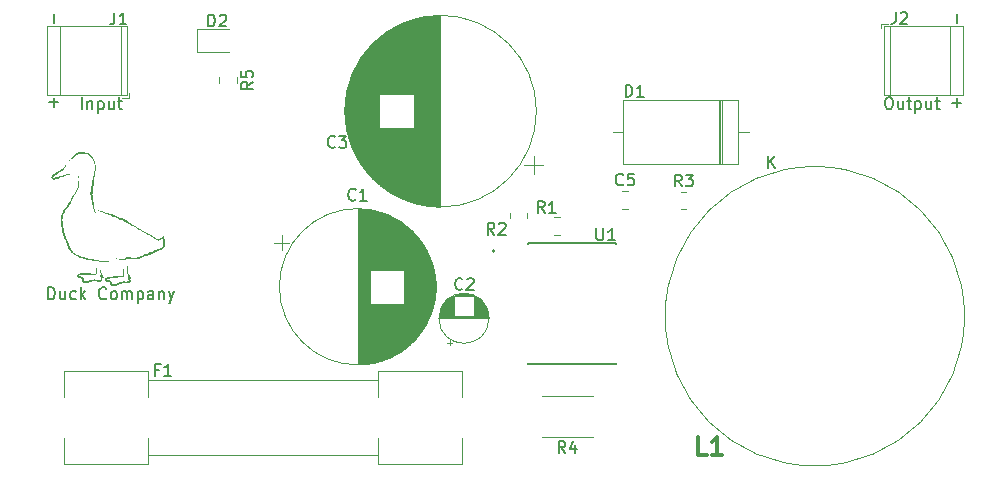
<source format=gbr>
%TF.GenerationSoftware,KiCad,Pcbnew,7.0.7*%
%TF.CreationDate,2023-09-13T14:30:02-04:00*%
%TF.ProjectId,Alim,416c696d-2e6b-4696-9361-645f70636258,rev?*%
%TF.SameCoordinates,Original*%
%TF.FileFunction,Legend,Top*%
%TF.FilePolarity,Positive*%
%FSLAX46Y46*%
G04 Gerber Fmt 4.6, Leading zero omitted, Abs format (unit mm)*
G04 Created by KiCad (PCBNEW 7.0.7) date 2023-09-13 14:30:02*
%MOMM*%
%LPD*%
G01*
G04 APERTURE LIST*
%ADD10C,0.150000*%
%ADD11C,0.300000*%
%ADD12C,0.120000*%
%ADD13C,0.127000*%
%ADD14C,0.200000*%
G04 APERTURE END LIST*
D10*
X101048866Y-78313220D02*
X101048866Y-77551316D01*
X100636779Y-85068866D02*
X101398684Y-85068866D01*
X101017731Y-85449819D02*
X101017731Y-84687914D01*
D11*
X156288796Y-114900828D02*
X155574510Y-114900828D01*
X155574510Y-114900828D02*
X155574510Y-113400828D01*
X157574511Y-114900828D02*
X156717368Y-114900828D01*
X157145939Y-114900828D02*
X157145939Y-113400828D01*
X157145939Y-113400828D02*
X157003082Y-113615114D01*
X157003082Y-113615114D02*
X156860225Y-113757971D01*
X156860225Y-113757971D02*
X156717368Y-113829400D01*
D10*
X100536779Y-101739819D02*
X100536779Y-100739819D01*
X100536779Y-100739819D02*
X100774874Y-100739819D01*
X100774874Y-100739819D02*
X100917731Y-100787438D01*
X100917731Y-100787438D02*
X101012969Y-100882676D01*
X101012969Y-100882676D02*
X101060588Y-100977914D01*
X101060588Y-100977914D02*
X101108207Y-101168390D01*
X101108207Y-101168390D02*
X101108207Y-101311247D01*
X101108207Y-101311247D02*
X101060588Y-101501723D01*
X101060588Y-101501723D02*
X101012969Y-101596961D01*
X101012969Y-101596961D02*
X100917731Y-101692200D01*
X100917731Y-101692200D02*
X100774874Y-101739819D01*
X100774874Y-101739819D02*
X100536779Y-101739819D01*
X101965350Y-101073152D02*
X101965350Y-101739819D01*
X101536779Y-101073152D02*
X101536779Y-101596961D01*
X101536779Y-101596961D02*
X101584398Y-101692200D01*
X101584398Y-101692200D02*
X101679636Y-101739819D01*
X101679636Y-101739819D02*
X101822493Y-101739819D01*
X101822493Y-101739819D02*
X101917731Y-101692200D01*
X101917731Y-101692200D02*
X101965350Y-101644580D01*
X102870112Y-101692200D02*
X102774874Y-101739819D01*
X102774874Y-101739819D02*
X102584398Y-101739819D01*
X102584398Y-101739819D02*
X102489160Y-101692200D01*
X102489160Y-101692200D02*
X102441541Y-101644580D01*
X102441541Y-101644580D02*
X102393922Y-101549342D01*
X102393922Y-101549342D02*
X102393922Y-101263628D01*
X102393922Y-101263628D02*
X102441541Y-101168390D01*
X102441541Y-101168390D02*
X102489160Y-101120771D01*
X102489160Y-101120771D02*
X102584398Y-101073152D01*
X102584398Y-101073152D02*
X102774874Y-101073152D01*
X102774874Y-101073152D02*
X102870112Y-101120771D01*
X103298684Y-101739819D02*
X103298684Y-100739819D01*
X103393922Y-101358866D02*
X103679636Y-101739819D01*
X103679636Y-101073152D02*
X103298684Y-101454104D01*
X105441541Y-101644580D02*
X105393922Y-101692200D01*
X105393922Y-101692200D02*
X105251065Y-101739819D01*
X105251065Y-101739819D02*
X105155827Y-101739819D01*
X105155827Y-101739819D02*
X105012970Y-101692200D01*
X105012970Y-101692200D02*
X104917732Y-101596961D01*
X104917732Y-101596961D02*
X104870113Y-101501723D01*
X104870113Y-101501723D02*
X104822494Y-101311247D01*
X104822494Y-101311247D02*
X104822494Y-101168390D01*
X104822494Y-101168390D02*
X104870113Y-100977914D01*
X104870113Y-100977914D02*
X104917732Y-100882676D01*
X104917732Y-100882676D02*
X105012970Y-100787438D01*
X105012970Y-100787438D02*
X105155827Y-100739819D01*
X105155827Y-100739819D02*
X105251065Y-100739819D01*
X105251065Y-100739819D02*
X105393922Y-100787438D01*
X105393922Y-100787438D02*
X105441541Y-100835057D01*
X106012970Y-101739819D02*
X105917732Y-101692200D01*
X105917732Y-101692200D02*
X105870113Y-101644580D01*
X105870113Y-101644580D02*
X105822494Y-101549342D01*
X105822494Y-101549342D02*
X105822494Y-101263628D01*
X105822494Y-101263628D02*
X105870113Y-101168390D01*
X105870113Y-101168390D02*
X105917732Y-101120771D01*
X105917732Y-101120771D02*
X106012970Y-101073152D01*
X106012970Y-101073152D02*
X106155827Y-101073152D01*
X106155827Y-101073152D02*
X106251065Y-101120771D01*
X106251065Y-101120771D02*
X106298684Y-101168390D01*
X106298684Y-101168390D02*
X106346303Y-101263628D01*
X106346303Y-101263628D02*
X106346303Y-101549342D01*
X106346303Y-101549342D02*
X106298684Y-101644580D01*
X106298684Y-101644580D02*
X106251065Y-101692200D01*
X106251065Y-101692200D02*
X106155827Y-101739819D01*
X106155827Y-101739819D02*
X106012970Y-101739819D01*
X106774875Y-101739819D02*
X106774875Y-101073152D01*
X106774875Y-101168390D02*
X106822494Y-101120771D01*
X106822494Y-101120771D02*
X106917732Y-101073152D01*
X106917732Y-101073152D02*
X107060589Y-101073152D01*
X107060589Y-101073152D02*
X107155827Y-101120771D01*
X107155827Y-101120771D02*
X107203446Y-101216009D01*
X107203446Y-101216009D02*
X107203446Y-101739819D01*
X107203446Y-101216009D02*
X107251065Y-101120771D01*
X107251065Y-101120771D02*
X107346303Y-101073152D01*
X107346303Y-101073152D02*
X107489160Y-101073152D01*
X107489160Y-101073152D02*
X107584399Y-101120771D01*
X107584399Y-101120771D02*
X107632018Y-101216009D01*
X107632018Y-101216009D02*
X107632018Y-101739819D01*
X108108208Y-101073152D02*
X108108208Y-102073152D01*
X108108208Y-101120771D02*
X108203446Y-101073152D01*
X108203446Y-101073152D02*
X108393922Y-101073152D01*
X108393922Y-101073152D02*
X108489160Y-101120771D01*
X108489160Y-101120771D02*
X108536779Y-101168390D01*
X108536779Y-101168390D02*
X108584398Y-101263628D01*
X108584398Y-101263628D02*
X108584398Y-101549342D01*
X108584398Y-101549342D02*
X108536779Y-101644580D01*
X108536779Y-101644580D02*
X108489160Y-101692200D01*
X108489160Y-101692200D02*
X108393922Y-101739819D01*
X108393922Y-101739819D02*
X108203446Y-101739819D01*
X108203446Y-101739819D02*
X108108208Y-101692200D01*
X109441541Y-101739819D02*
X109441541Y-101216009D01*
X109441541Y-101216009D02*
X109393922Y-101120771D01*
X109393922Y-101120771D02*
X109298684Y-101073152D01*
X109298684Y-101073152D02*
X109108208Y-101073152D01*
X109108208Y-101073152D02*
X109012970Y-101120771D01*
X109441541Y-101692200D02*
X109346303Y-101739819D01*
X109346303Y-101739819D02*
X109108208Y-101739819D01*
X109108208Y-101739819D02*
X109012970Y-101692200D01*
X109012970Y-101692200D02*
X108965351Y-101596961D01*
X108965351Y-101596961D02*
X108965351Y-101501723D01*
X108965351Y-101501723D02*
X109012970Y-101406485D01*
X109012970Y-101406485D02*
X109108208Y-101358866D01*
X109108208Y-101358866D02*
X109346303Y-101358866D01*
X109346303Y-101358866D02*
X109441541Y-101311247D01*
X109917732Y-101073152D02*
X109917732Y-101739819D01*
X109917732Y-101168390D02*
X109965351Y-101120771D01*
X109965351Y-101120771D02*
X110060589Y-101073152D01*
X110060589Y-101073152D02*
X110203446Y-101073152D01*
X110203446Y-101073152D02*
X110298684Y-101120771D01*
X110298684Y-101120771D02*
X110346303Y-101216009D01*
X110346303Y-101216009D02*
X110346303Y-101739819D01*
X110727256Y-101073152D02*
X110965351Y-101739819D01*
X111203446Y-101073152D02*
X110965351Y-101739819D01*
X110965351Y-101739819D02*
X110870113Y-101977914D01*
X110870113Y-101977914D02*
X110822494Y-102025533D01*
X110822494Y-102025533D02*
X110727256Y-102073152D01*
X177508866Y-78313220D02*
X177508866Y-77551316D01*
X177076779Y-85108866D02*
X177838684Y-85108866D01*
X177457731Y-85489819D02*
X177457731Y-84727914D01*
X171627255Y-84649819D02*
X171817731Y-84649819D01*
X171817731Y-84649819D02*
X171912969Y-84697438D01*
X171912969Y-84697438D02*
X172008207Y-84792676D01*
X172008207Y-84792676D02*
X172055826Y-84983152D01*
X172055826Y-84983152D02*
X172055826Y-85316485D01*
X172055826Y-85316485D02*
X172008207Y-85506961D01*
X172008207Y-85506961D02*
X171912969Y-85602200D01*
X171912969Y-85602200D02*
X171817731Y-85649819D01*
X171817731Y-85649819D02*
X171627255Y-85649819D01*
X171627255Y-85649819D02*
X171532017Y-85602200D01*
X171532017Y-85602200D02*
X171436779Y-85506961D01*
X171436779Y-85506961D02*
X171389160Y-85316485D01*
X171389160Y-85316485D02*
X171389160Y-84983152D01*
X171389160Y-84983152D02*
X171436779Y-84792676D01*
X171436779Y-84792676D02*
X171532017Y-84697438D01*
X171532017Y-84697438D02*
X171627255Y-84649819D01*
X172912969Y-84983152D02*
X172912969Y-85649819D01*
X172484398Y-84983152D02*
X172484398Y-85506961D01*
X172484398Y-85506961D02*
X172532017Y-85602200D01*
X172532017Y-85602200D02*
X172627255Y-85649819D01*
X172627255Y-85649819D02*
X172770112Y-85649819D01*
X172770112Y-85649819D02*
X172865350Y-85602200D01*
X172865350Y-85602200D02*
X172912969Y-85554580D01*
X173246303Y-84983152D02*
X173627255Y-84983152D01*
X173389160Y-84649819D02*
X173389160Y-85506961D01*
X173389160Y-85506961D02*
X173436779Y-85602200D01*
X173436779Y-85602200D02*
X173532017Y-85649819D01*
X173532017Y-85649819D02*
X173627255Y-85649819D01*
X173960589Y-84983152D02*
X173960589Y-85983152D01*
X173960589Y-85030771D02*
X174055827Y-84983152D01*
X174055827Y-84983152D02*
X174246303Y-84983152D01*
X174246303Y-84983152D02*
X174341541Y-85030771D01*
X174341541Y-85030771D02*
X174389160Y-85078390D01*
X174389160Y-85078390D02*
X174436779Y-85173628D01*
X174436779Y-85173628D02*
X174436779Y-85459342D01*
X174436779Y-85459342D02*
X174389160Y-85554580D01*
X174389160Y-85554580D02*
X174341541Y-85602200D01*
X174341541Y-85602200D02*
X174246303Y-85649819D01*
X174246303Y-85649819D02*
X174055827Y-85649819D01*
X174055827Y-85649819D02*
X173960589Y-85602200D01*
X175293922Y-84983152D02*
X175293922Y-85649819D01*
X174865351Y-84983152D02*
X174865351Y-85506961D01*
X174865351Y-85506961D02*
X174912970Y-85602200D01*
X174912970Y-85602200D02*
X175008208Y-85649819D01*
X175008208Y-85649819D02*
X175151065Y-85649819D01*
X175151065Y-85649819D02*
X175246303Y-85602200D01*
X175246303Y-85602200D02*
X175293922Y-85554580D01*
X175627256Y-84983152D02*
X176008208Y-84983152D01*
X175770113Y-84649819D02*
X175770113Y-85506961D01*
X175770113Y-85506961D02*
X175817732Y-85602200D01*
X175817732Y-85602200D02*
X175912970Y-85649819D01*
X175912970Y-85649819D02*
X176008208Y-85649819D01*
X103376779Y-85649819D02*
X103376779Y-84649819D01*
X103852969Y-84983152D02*
X103852969Y-85649819D01*
X103852969Y-85078390D02*
X103900588Y-85030771D01*
X103900588Y-85030771D02*
X103995826Y-84983152D01*
X103995826Y-84983152D02*
X104138683Y-84983152D01*
X104138683Y-84983152D02*
X104233921Y-85030771D01*
X104233921Y-85030771D02*
X104281540Y-85126009D01*
X104281540Y-85126009D02*
X104281540Y-85649819D01*
X104757731Y-84983152D02*
X104757731Y-85983152D01*
X104757731Y-85030771D02*
X104852969Y-84983152D01*
X104852969Y-84983152D02*
X105043445Y-84983152D01*
X105043445Y-84983152D02*
X105138683Y-85030771D01*
X105138683Y-85030771D02*
X105186302Y-85078390D01*
X105186302Y-85078390D02*
X105233921Y-85173628D01*
X105233921Y-85173628D02*
X105233921Y-85459342D01*
X105233921Y-85459342D02*
X105186302Y-85554580D01*
X105186302Y-85554580D02*
X105138683Y-85602200D01*
X105138683Y-85602200D02*
X105043445Y-85649819D01*
X105043445Y-85649819D02*
X104852969Y-85649819D01*
X104852969Y-85649819D02*
X104757731Y-85602200D01*
X106091064Y-84983152D02*
X106091064Y-85649819D01*
X105662493Y-84983152D02*
X105662493Y-85506961D01*
X105662493Y-85506961D02*
X105710112Y-85602200D01*
X105710112Y-85602200D02*
X105805350Y-85649819D01*
X105805350Y-85649819D02*
X105948207Y-85649819D01*
X105948207Y-85649819D02*
X106043445Y-85602200D01*
X106043445Y-85602200D02*
X106091064Y-85554580D01*
X106424398Y-84983152D02*
X106805350Y-84983152D01*
X106567255Y-84649819D02*
X106567255Y-85506961D01*
X106567255Y-85506961D02*
X106614874Y-85602200D01*
X106614874Y-85602200D02*
X106710112Y-85649819D01*
X106710112Y-85649819D02*
X106805350Y-85649819D01*
X117874819Y-83336666D02*
X117398628Y-83669999D01*
X117874819Y-83908094D02*
X116874819Y-83908094D01*
X116874819Y-83908094D02*
X116874819Y-83527142D01*
X116874819Y-83527142D02*
X116922438Y-83431904D01*
X116922438Y-83431904D02*
X116970057Y-83384285D01*
X116970057Y-83384285D02*
X117065295Y-83336666D01*
X117065295Y-83336666D02*
X117208152Y-83336666D01*
X117208152Y-83336666D02*
X117303390Y-83384285D01*
X117303390Y-83384285D02*
X117351009Y-83431904D01*
X117351009Y-83431904D02*
X117398628Y-83527142D01*
X117398628Y-83527142D02*
X117398628Y-83908094D01*
X116874819Y-82431904D02*
X116874819Y-82908094D01*
X116874819Y-82908094D02*
X117351009Y-82955713D01*
X117351009Y-82955713D02*
X117303390Y-82908094D01*
X117303390Y-82908094D02*
X117255771Y-82812856D01*
X117255771Y-82812856D02*
X117255771Y-82574761D01*
X117255771Y-82574761D02*
X117303390Y-82479523D01*
X117303390Y-82479523D02*
X117351009Y-82431904D01*
X117351009Y-82431904D02*
X117446247Y-82384285D01*
X117446247Y-82384285D02*
X117684342Y-82384285D01*
X117684342Y-82384285D02*
X117779580Y-82431904D01*
X117779580Y-82431904D02*
X117827200Y-82479523D01*
X117827200Y-82479523D02*
X117874819Y-82574761D01*
X117874819Y-82574761D02*
X117874819Y-82812856D01*
X117874819Y-82812856D02*
X117827200Y-82908094D01*
X117827200Y-82908094D02*
X117779580Y-82955713D01*
X149223333Y-92009580D02*
X149175714Y-92057200D01*
X149175714Y-92057200D02*
X149032857Y-92104819D01*
X149032857Y-92104819D02*
X148937619Y-92104819D01*
X148937619Y-92104819D02*
X148794762Y-92057200D01*
X148794762Y-92057200D02*
X148699524Y-91961961D01*
X148699524Y-91961961D02*
X148651905Y-91866723D01*
X148651905Y-91866723D02*
X148604286Y-91676247D01*
X148604286Y-91676247D02*
X148604286Y-91533390D01*
X148604286Y-91533390D02*
X148651905Y-91342914D01*
X148651905Y-91342914D02*
X148699524Y-91247676D01*
X148699524Y-91247676D02*
X148794762Y-91152438D01*
X148794762Y-91152438D02*
X148937619Y-91104819D01*
X148937619Y-91104819D02*
X149032857Y-91104819D01*
X149032857Y-91104819D02*
X149175714Y-91152438D01*
X149175714Y-91152438D02*
X149223333Y-91200057D01*
X150128095Y-91104819D02*
X149651905Y-91104819D01*
X149651905Y-91104819D02*
X149604286Y-91581009D01*
X149604286Y-91581009D02*
X149651905Y-91533390D01*
X149651905Y-91533390D02*
X149747143Y-91485771D01*
X149747143Y-91485771D02*
X149985238Y-91485771D01*
X149985238Y-91485771D02*
X150080476Y-91533390D01*
X150080476Y-91533390D02*
X150128095Y-91581009D01*
X150128095Y-91581009D02*
X150175714Y-91676247D01*
X150175714Y-91676247D02*
X150175714Y-91914342D01*
X150175714Y-91914342D02*
X150128095Y-92009580D01*
X150128095Y-92009580D02*
X150080476Y-92057200D01*
X150080476Y-92057200D02*
X149985238Y-92104819D01*
X149985238Y-92104819D02*
X149747143Y-92104819D01*
X149747143Y-92104819D02*
X149651905Y-92057200D01*
X149651905Y-92057200D02*
X149604286Y-92009580D01*
X126563333Y-93289580D02*
X126515714Y-93337200D01*
X126515714Y-93337200D02*
X126372857Y-93384819D01*
X126372857Y-93384819D02*
X126277619Y-93384819D01*
X126277619Y-93384819D02*
X126134762Y-93337200D01*
X126134762Y-93337200D02*
X126039524Y-93241961D01*
X126039524Y-93241961D02*
X125991905Y-93146723D01*
X125991905Y-93146723D02*
X125944286Y-92956247D01*
X125944286Y-92956247D02*
X125944286Y-92813390D01*
X125944286Y-92813390D02*
X125991905Y-92622914D01*
X125991905Y-92622914D02*
X126039524Y-92527676D01*
X126039524Y-92527676D02*
X126134762Y-92432438D01*
X126134762Y-92432438D02*
X126277619Y-92384819D01*
X126277619Y-92384819D02*
X126372857Y-92384819D01*
X126372857Y-92384819D02*
X126515714Y-92432438D01*
X126515714Y-92432438D02*
X126563333Y-92480057D01*
X127515714Y-93384819D02*
X126944286Y-93384819D01*
X127230000Y-93384819D02*
X127230000Y-92384819D01*
X127230000Y-92384819D02*
X127134762Y-92527676D01*
X127134762Y-92527676D02*
X127039524Y-92622914D01*
X127039524Y-92622914D02*
X126944286Y-92670533D01*
X135613333Y-100869580D02*
X135565714Y-100917200D01*
X135565714Y-100917200D02*
X135422857Y-100964819D01*
X135422857Y-100964819D02*
X135327619Y-100964819D01*
X135327619Y-100964819D02*
X135184762Y-100917200D01*
X135184762Y-100917200D02*
X135089524Y-100821961D01*
X135089524Y-100821961D02*
X135041905Y-100726723D01*
X135041905Y-100726723D02*
X134994286Y-100536247D01*
X134994286Y-100536247D02*
X134994286Y-100393390D01*
X134994286Y-100393390D02*
X135041905Y-100202914D01*
X135041905Y-100202914D02*
X135089524Y-100107676D01*
X135089524Y-100107676D02*
X135184762Y-100012438D01*
X135184762Y-100012438D02*
X135327619Y-99964819D01*
X135327619Y-99964819D02*
X135422857Y-99964819D01*
X135422857Y-99964819D02*
X135565714Y-100012438D01*
X135565714Y-100012438D02*
X135613333Y-100060057D01*
X135994286Y-100060057D02*
X136041905Y-100012438D01*
X136041905Y-100012438D02*
X136137143Y-99964819D01*
X136137143Y-99964819D02*
X136375238Y-99964819D01*
X136375238Y-99964819D02*
X136470476Y-100012438D01*
X136470476Y-100012438D02*
X136518095Y-100060057D01*
X136518095Y-100060057D02*
X136565714Y-100155295D01*
X136565714Y-100155295D02*
X136565714Y-100250533D01*
X136565714Y-100250533D02*
X136518095Y-100393390D01*
X136518095Y-100393390D02*
X135946667Y-100964819D01*
X135946667Y-100964819D02*
X136565714Y-100964819D01*
X142565833Y-94444819D02*
X142232500Y-93968628D01*
X141994405Y-94444819D02*
X141994405Y-93444819D01*
X141994405Y-93444819D02*
X142375357Y-93444819D01*
X142375357Y-93444819D02*
X142470595Y-93492438D01*
X142470595Y-93492438D02*
X142518214Y-93540057D01*
X142518214Y-93540057D02*
X142565833Y-93635295D01*
X142565833Y-93635295D02*
X142565833Y-93778152D01*
X142565833Y-93778152D02*
X142518214Y-93873390D01*
X142518214Y-93873390D02*
X142470595Y-93921009D01*
X142470595Y-93921009D02*
X142375357Y-93968628D01*
X142375357Y-93968628D02*
X141994405Y-93968628D01*
X143518214Y-94444819D02*
X142946786Y-94444819D01*
X143232500Y-94444819D02*
X143232500Y-93444819D01*
X143232500Y-93444819D02*
X143137262Y-93587676D01*
X143137262Y-93587676D02*
X143042024Y-93682914D01*
X143042024Y-93682914D02*
X142946786Y-93730533D01*
X109906666Y-107701009D02*
X109573333Y-107701009D01*
X109573333Y-108224819D02*
X109573333Y-107224819D01*
X109573333Y-107224819D02*
X110049523Y-107224819D01*
X110954285Y-108224819D02*
X110382857Y-108224819D01*
X110668571Y-108224819D02*
X110668571Y-107224819D01*
X110668571Y-107224819D02*
X110573333Y-107367676D01*
X110573333Y-107367676D02*
X110478095Y-107462914D01*
X110478095Y-107462914D02*
X110382857Y-107510533D01*
X172286666Y-77434819D02*
X172286666Y-78149104D01*
X172286666Y-78149104D02*
X172239047Y-78291961D01*
X172239047Y-78291961D02*
X172143809Y-78387200D01*
X172143809Y-78387200D02*
X172000952Y-78434819D01*
X172000952Y-78434819D02*
X171905714Y-78434819D01*
X172715238Y-77530057D02*
X172762857Y-77482438D01*
X172762857Y-77482438D02*
X172858095Y-77434819D01*
X172858095Y-77434819D02*
X173096190Y-77434819D01*
X173096190Y-77434819D02*
X173191428Y-77482438D01*
X173191428Y-77482438D02*
X173239047Y-77530057D01*
X173239047Y-77530057D02*
X173286666Y-77625295D01*
X173286666Y-77625295D02*
X173286666Y-77720533D01*
X173286666Y-77720533D02*
X173239047Y-77863390D01*
X173239047Y-77863390D02*
X172667619Y-78434819D01*
X172667619Y-78434819D02*
X173286666Y-78434819D01*
X144323333Y-114754819D02*
X143990000Y-114278628D01*
X143751905Y-114754819D02*
X143751905Y-113754819D01*
X143751905Y-113754819D02*
X144132857Y-113754819D01*
X144132857Y-113754819D02*
X144228095Y-113802438D01*
X144228095Y-113802438D02*
X144275714Y-113850057D01*
X144275714Y-113850057D02*
X144323333Y-113945295D01*
X144323333Y-113945295D02*
X144323333Y-114088152D01*
X144323333Y-114088152D02*
X144275714Y-114183390D01*
X144275714Y-114183390D02*
X144228095Y-114231009D01*
X144228095Y-114231009D02*
X144132857Y-114278628D01*
X144132857Y-114278628D02*
X143751905Y-114278628D01*
X145180476Y-114088152D02*
X145180476Y-114754819D01*
X144942381Y-113707200D02*
X144704286Y-114421485D01*
X144704286Y-114421485D02*
X145323333Y-114421485D01*
X124813334Y-88819580D02*
X124765715Y-88867200D01*
X124765715Y-88867200D02*
X124622858Y-88914819D01*
X124622858Y-88914819D02*
X124527620Y-88914819D01*
X124527620Y-88914819D02*
X124384763Y-88867200D01*
X124384763Y-88867200D02*
X124289525Y-88771961D01*
X124289525Y-88771961D02*
X124241906Y-88676723D01*
X124241906Y-88676723D02*
X124194287Y-88486247D01*
X124194287Y-88486247D02*
X124194287Y-88343390D01*
X124194287Y-88343390D02*
X124241906Y-88152914D01*
X124241906Y-88152914D02*
X124289525Y-88057676D01*
X124289525Y-88057676D02*
X124384763Y-87962438D01*
X124384763Y-87962438D02*
X124527620Y-87914819D01*
X124527620Y-87914819D02*
X124622858Y-87914819D01*
X124622858Y-87914819D02*
X124765715Y-87962438D01*
X124765715Y-87962438D02*
X124813334Y-88010057D01*
X125146668Y-87914819D02*
X125765715Y-87914819D01*
X125765715Y-87914819D02*
X125432382Y-88295771D01*
X125432382Y-88295771D02*
X125575239Y-88295771D01*
X125575239Y-88295771D02*
X125670477Y-88343390D01*
X125670477Y-88343390D02*
X125718096Y-88391009D01*
X125718096Y-88391009D02*
X125765715Y-88486247D01*
X125765715Y-88486247D02*
X125765715Y-88724342D01*
X125765715Y-88724342D02*
X125718096Y-88819580D01*
X125718096Y-88819580D02*
X125670477Y-88867200D01*
X125670477Y-88867200D02*
X125575239Y-88914819D01*
X125575239Y-88914819D02*
X125289525Y-88914819D01*
X125289525Y-88914819D02*
X125194287Y-88867200D01*
X125194287Y-88867200D02*
X125146668Y-88819580D01*
X138313333Y-96264819D02*
X137980000Y-95788628D01*
X137741905Y-96264819D02*
X137741905Y-95264819D01*
X137741905Y-95264819D02*
X138122857Y-95264819D01*
X138122857Y-95264819D02*
X138218095Y-95312438D01*
X138218095Y-95312438D02*
X138265714Y-95360057D01*
X138265714Y-95360057D02*
X138313333Y-95455295D01*
X138313333Y-95455295D02*
X138313333Y-95598152D01*
X138313333Y-95598152D02*
X138265714Y-95693390D01*
X138265714Y-95693390D02*
X138218095Y-95741009D01*
X138218095Y-95741009D02*
X138122857Y-95788628D01*
X138122857Y-95788628D02*
X137741905Y-95788628D01*
X138694286Y-95360057D02*
X138741905Y-95312438D01*
X138741905Y-95312438D02*
X138837143Y-95264819D01*
X138837143Y-95264819D02*
X139075238Y-95264819D01*
X139075238Y-95264819D02*
X139170476Y-95312438D01*
X139170476Y-95312438D02*
X139218095Y-95360057D01*
X139218095Y-95360057D02*
X139265714Y-95455295D01*
X139265714Y-95455295D02*
X139265714Y-95550533D01*
X139265714Y-95550533D02*
X139218095Y-95693390D01*
X139218095Y-95693390D02*
X138646667Y-96264819D01*
X138646667Y-96264819D02*
X139265714Y-96264819D01*
X149431905Y-84594819D02*
X149431905Y-83594819D01*
X149431905Y-83594819D02*
X149670000Y-83594819D01*
X149670000Y-83594819D02*
X149812857Y-83642438D01*
X149812857Y-83642438D02*
X149908095Y-83737676D01*
X149908095Y-83737676D02*
X149955714Y-83832914D01*
X149955714Y-83832914D02*
X150003333Y-84023390D01*
X150003333Y-84023390D02*
X150003333Y-84166247D01*
X150003333Y-84166247D02*
X149955714Y-84356723D01*
X149955714Y-84356723D02*
X149908095Y-84451961D01*
X149908095Y-84451961D02*
X149812857Y-84547200D01*
X149812857Y-84547200D02*
X149670000Y-84594819D01*
X149670000Y-84594819D02*
X149431905Y-84594819D01*
X150955714Y-84594819D02*
X150384286Y-84594819D01*
X150670000Y-84594819D02*
X150670000Y-83594819D01*
X150670000Y-83594819D02*
X150574762Y-83737676D01*
X150574762Y-83737676D02*
X150479524Y-83832914D01*
X150479524Y-83832914D02*
X150384286Y-83880533D01*
X161468095Y-90614819D02*
X161468095Y-89614819D01*
X162039523Y-90614819D02*
X161610952Y-90043390D01*
X162039523Y-89614819D02*
X161468095Y-90186247D01*
X114094405Y-78642319D02*
X114094405Y-77642319D01*
X114094405Y-77642319D02*
X114332500Y-77642319D01*
X114332500Y-77642319D02*
X114475357Y-77689938D01*
X114475357Y-77689938D02*
X114570595Y-77785176D01*
X114570595Y-77785176D02*
X114618214Y-77880414D01*
X114618214Y-77880414D02*
X114665833Y-78070890D01*
X114665833Y-78070890D02*
X114665833Y-78213747D01*
X114665833Y-78213747D02*
X114618214Y-78404223D01*
X114618214Y-78404223D02*
X114570595Y-78499461D01*
X114570595Y-78499461D02*
X114475357Y-78594700D01*
X114475357Y-78594700D02*
X114332500Y-78642319D01*
X114332500Y-78642319D02*
X114094405Y-78642319D01*
X115046786Y-77737557D02*
X115094405Y-77689938D01*
X115094405Y-77689938D02*
X115189643Y-77642319D01*
X115189643Y-77642319D02*
X115427738Y-77642319D01*
X115427738Y-77642319D02*
X115522976Y-77689938D01*
X115522976Y-77689938D02*
X115570595Y-77737557D01*
X115570595Y-77737557D02*
X115618214Y-77832795D01*
X115618214Y-77832795D02*
X115618214Y-77928033D01*
X115618214Y-77928033D02*
X115570595Y-78070890D01*
X115570595Y-78070890D02*
X114999167Y-78642319D01*
X114999167Y-78642319D02*
X115618214Y-78642319D01*
X106146666Y-77464819D02*
X106146666Y-78179104D01*
X106146666Y-78179104D02*
X106099047Y-78321961D01*
X106099047Y-78321961D02*
X106003809Y-78417200D01*
X106003809Y-78417200D02*
X105860952Y-78464819D01*
X105860952Y-78464819D02*
X105765714Y-78464819D01*
X107146666Y-78464819D02*
X106575238Y-78464819D01*
X106860952Y-78464819D02*
X106860952Y-77464819D01*
X106860952Y-77464819D02*
X106765714Y-77607676D01*
X106765714Y-77607676D02*
X106670476Y-77702914D01*
X106670476Y-77702914D02*
X106575238Y-77750533D01*
X154163333Y-92194819D02*
X153830000Y-91718628D01*
X153591905Y-92194819D02*
X153591905Y-91194819D01*
X153591905Y-91194819D02*
X153972857Y-91194819D01*
X153972857Y-91194819D02*
X154068095Y-91242438D01*
X154068095Y-91242438D02*
X154115714Y-91290057D01*
X154115714Y-91290057D02*
X154163333Y-91385295D01*
X154163333Y-91385295D02*
X154163333Y-91528152D01*
X154163333Y-91528152D02*
X154115714Y-91623390D01*
X154115714Y-91623390D02*
X154068095Y-91671009D01*
X154068095Y-91671009D02*
X153972857Y-91718628D01*
X153972857Y-91718628D02*
X153591905Y-91718628D01*
X154496667Y-91194819D02*
X155115714Y-91194819D01*
X155115714Y-91194819D02*
X154782381Y-91575771D01*
X154782381Y-91575771D02*
X154925238Y-91575771D01*
X154925238Y-91575771D02*
X155020476Y-91623390D01*
X155020476Y-91623390D02*
X155068095Y-91671009D01*
X155068095Y-91671009D02*
X155115714Y-91766247D01*
X155115714Y-91766247D02*
X155115714Y-92004342D01*
X155115714Y-92004342D02*
X155068095Y-92099580D01*
X155068095Y-92099580D02*
X155020476Y-92147200D01*
X155020476Y-92147200D02*
X154925238Y-92194819D01*
X154925238Y-92194819D02*
X154639524Y-92194819D01*
X154639524Y-92194819D02*
X154544286Y-92147200D01*
X154544286Y-92147200D02*
X154496667Y-92099580D01*
X146958095Y-95744819D02*
X146958095Y-96554342D01*
X146958095Y-96554342D02*
X147005714Y-96649580D01*
X147005714Y-96649580D02*
X147053333Y-96697200D01*
X147053333Y-96697200D02*
X147148571Y-96744819D01*
X147148571Y-96744819D02*
X147339047Y-96744819D01*
X147339047Y-96744819D02*
X147434285Y-96697200D01*
X147434285Y-96697200D02*
X147481904Y-96649580D01*
X147481904Y-96649580D02*
X147529523Y-96554342D01*
X147529523Y-96554342D02*
X147529523Y-95744819D01*
X148529523Y-96744819D02*
X147958095Y-96744819D01*
X148243809Y-96744819D02*
X148243809Y-95744819D01*
X148243809Y-95744819D02*
X148148571Y-95887676D01*
X148148571Y-95887676D02*
X148053333Y-95982914D01*
X148053333Y-95982914D02*
X147958095Y-96030533D01*
D12*
%TO.C,R5*%
X116505000Y-82942936D02*
X116505000Y-83397064D01*
X115035000Y-82942936D02*
X115035000Y-83397064D01*
%TO.C,C5*%
X149128748Y-92595000D02*
X149651252Y-92595000D01*
X149128748Y-94065000D02*
X149651252Y-94065000D01*
%TO.C,C1*%
X119645431Y-96965000D02*
X120945431Y-96965000D01*
X120295431Y-96315000D02*
X120295431Y-97615000D01*
X126730000Y-94100000D02*
X126730000Y-107260000D01*
X126770000Y-94100000D02*
X126770000Y-107260000D01*
X126810000Y-94100000D02*
X126810000Y-107260000D01*
X126850000Y-94101000D02*
X126850000Y-107259000D01*
X126890000Y-94101000D02*
X126890000Y-107259000D01*
X126930000Y-94103000D02*
X126930000Y-107257000D01*
X126970000Y-94104000D02*
X126970000Y-107256000D01*
X127010000Y-94105000D02*
X127010000Y-107255000D01*
X127050000Y-94107000D02*
X127050000Y-107253000D01*
X127090000Y-94109000D02*
X127090000Y-107251000D01*
X127130000Y-94112000D02*
X127130000Y-107248000D01*
X127170000Y-94114000D02*
X127170000Y-107246000D01*
X127210000Y-94117000D02*
X127210000Y-107243000D01*
X127250000Y-94120000D02*
X127250000Y-107240000D01*
X127290000Y-94123000D02*
X127290000Y-107237000D01*
X127330000Y-94127000D02*
X127330000Y-107233000D01*
X127370000Y-94131000D02*
X127370000Y-107229000D01*
X127410000Y-94135000D02*
X127410000Y-107225000D01*
X127451000Y-94139000D02*
X127451000Y-107221000D01*
X127491000Y-94143000D02*
X127491000Y-107217000D01*
X127531000Y-94148000D02*
X127531000Y-107212000D01*
X127571000Y-94153000D02*
X127571000Y-107207000D01*
X127611000Y-94158000D02*
X127611000Y-107202000D01*
X127651000Y-94164000D02*
X127651000Y-107196000D01*
X127691000Y-94169000D02*
X127691000Y-107191000D01*
X127731000Y-94175000D02*
X127731000Y-107185000D01*
X127771000Y-94182000D02*
X127771000Y-107178000D01*
X127811000Y-94188000D02*
X127811000Y-99240000D01*
X127811000Y-102120000D02*
X127811000Y-107172000D01*
X127851000Y-94195000D02*
X127851000Y-99240000D01*
X127851000Y-102120000D02*
X127851000Y-107165000D01*
X127891000Y-94202000D02*
X127891000Y-99240000D01*
X127891000Y-102120000D02*
X127891000Y-107158000D01*
X127931000Y-94209000D02*
X127931000Y-99240000D01*
X127931000Y-102120000D02*
X127931000Y-107151000D01*
X127971000Y-94217000D02*
X127971000Y-99240000D01*
X127971000Y-102120000D02*
X127971000Y-107143000D01*
X128011000Y-94224000D02*
X128011000Y-99240000D01*
X128011000Y-102120000D02*
X128011000Y-107136000D01*
X128051000Y-94232000D02*
X128051000Y-99240000D01*
X128051000Y-102120000D02*
X128051000Y-107128000D01*
X128091000Y-94241000D02*
X128091000Y-99240000D01*
X128091000Y-102120000D02*
X128091000Y-107119000D01*
X128131000Y-94249000D02*
X128131000Y-99240000D01*
X128131000Y-102120000D02*
X128131000Y-107111000D01*
X128171000Y-94258000D02*
X128171000Y-99240000D01*
X128171000Y-102120000D02*
X128171000Y-107102000D01*
X128211000Y-94267000D02*
X128211000Y-99240000D01*
X128211000Y-102120000D02*
X128211000Y-107093000D01*
X128251000Y-94276000D02*
X128251000Y-99240000D01*
X128251000Y-102120000D02*
X128251000Y-107084000D01*
X128291000Y-94286000D02*
X128291000Y-99240000D01*
X128291000Y-102120000D02*
X128291000Y-107074000D01*
X128331000Y-94296000D02*
X128331000Y-99240000D01*
X128331000Y-102120000D02*
X128331000Y-107064000D01*
X128371000Y-94306000D02*
X128371000Y-99240000D01*
X128371000Y-102120000D02*
X128371000Y-107054000D01*
X128411000Y-94316000D02*
X128411000Y-99240000D01*
X128411000Y-102120000D02*
X128411000Y-107044000D01*
X128451000Y-94327000D02*
X128451000Y-99240000D01*
X128451000Y-102120000D02*
X128451000Y-107033000D01*
X128491000Y-94338000D02*
X128491000Y-99240000D01*
X128491000Y-102120000D02*
X128491000Y-107022000D01*
X128531000Y-94349000D02*
X128531000Y-99240000D01*
X128531000Y-102120000D02*
X128531000Y-107011000D01*
X128571000Y-94360000D02*
X128571000Y-99240000D01*
X128571000Y-102120000D02*
X128571000Y-107000000D01*
X128611000Y-94372000D02*
X128611000Y-99240000D01*
X128611000Y-102120000D02*
X128611000Y-106988000D01*
X128651000Y-94384000D02*
X128651000Y-99240000D01*
X128651000Y-102120000D02*
X128651000Y-106976000D01*
X128691000Y-94396000D02*
X128691000Y-99240000D01*
X128691000Y-102120000D02*
X128691000Y-106964000D01*
X128731000Y-94409000D02*
X128731000Y-99240000D01*
X128731000Y-102120000D02*
X128731000Y-106951000D01*
X128771000Y-94422000D02*
X128771000Y-99240000D01*
X128771000Y-102120000D02*
X128771000Y-106938000D01*
X128811000Y-94435000D02*
X128811000Y-99240000D01*
X128811000Y-102120000D02*
X128811000Y-106925000D01*
X128851000Y-94448000D02*
X128851000Y-99240000D01*
X128851000Y-102120000D02*
X128851000Y-106912000D01*
X128891000Y-94462000D02*
X128891000Y-99240000D01*
X128891000Y-102120000D02*
X128891000Y-106898000D01*
X128931000Y-94476000D02*
X128931000Y-99240000D01*
X128931000Y-102120000D02*
X128931000Y-106884000D01*
X128971000Y-94490000D02*
X128971000Y-99240000D01*
X128971000Y-102120000D02*
X128971000Y-106870000D01*
X129011000Y-94505000D02*
X129011000Y-99240000D01*
X129011000Y-102120000D02*
X129011000Y-106855000D01*
X129051000Y-94519000D02*
X129051000Y-99240000D01*
X129051000Y-102120000D02*
X129051000Y-106841000D01*
X129091000Y-94534000D02*
X129091000Y-99240000D01*
X129091000Y-102120000D02*
X129091000Y-106826000D01*
X129131000Y-94550000D02*
X129131000Y-99240000D01*
X129131000Y-102120000D02*
X129131000Y-106810000D01*
X129171000Y-94566000D02*
X129171000Y-99240000D01*
X129171000Y-102120000D02*
X129171000Y-106794000D01*
X129211000Y-94582000D02*
X129211000Y-99240000D01*
X129211000Y-102120000D02*
X129211000Y-106778000D01*
X129251000Y-94598000D02*
X129251000Y-99240000D01*
X129251000Y-102120000D02*
X129251000Y-106762000D01*
X129291000Y-94615000D02*
X129291000Y-99240000D01*
X129291000Y-102120000D02*
X129291000Y-106745000D01*
X129331000Y-94631000D02*
X129331000Y-99240000D01*
X129331000Y-102120000D02*
X129331000Y-106729000D01*
X129371000Y-94649000D02*
X129371000Y-99240000D01*
X129371000Y-102120000D02*
X129371000Y-106711000D01*
X129411000Y-94666000D02*
X129411000Y-99240000D01*
X129411000Y-102120000D02*
X129411000Y-106694000D01*
X129451000Y-94684000D02*
X129451000Y-99240000D01*
X129451000Y-102120000D02*
X129451000Y-106676000D01*
X129491000Y-94702000D02*
X129491000Y-99240000D01*
X129491000Y-102120000D02*
X129491000Y-106658000D01*
X129531000Y-94721000D02*
X129531000Y-99240000D01*
X129531000Y-102120000D02*
X129531000Y-106639000D01*
X129571000Y-94740000D02*
X129571000Y-99240000D01*
X129571000Y-102120000D02*
X129571000Y-106620000D01*
X129611000Y-94759000D02*
X129611000Y-99240000D01*
X129611000Y-102120000D02*
X129611000Y-106601000D01*
X129651000Y-94778000D02*
X129651000Y-99240000D01*
X129651000Y-102120000D02*
X129651000Y-106582000D01*
X129691000Y-94798000D02*
X129691000Y-99240000D01*
X129691000Y-102120000D02*
X129691000Y-106562000D01*
X129731000Y-94818000D02*
X129731000Y-99240000D01*
X129731000Y-102120000D02*
X129731000Y-106542000D01*
X129771000Y-94839000D02*
X129771000Y-99240000D01*
X129771000Y-102120000D02*
X129771000Y-106521000D01*
X129811000Y-94860000D02*
X129811000Y-99240000D01*
X129811000Y-102120000D02*
X129811000Y-106500000D01*
X129851000Y-94881000D02*
X129851000Y-99240000D01*
X129851000Y-102120000D02*
X129851000Y-106479000D01*
X129891000Y-94902000D02*
X129891000Y-99240000D01*
X129891000Y-102120000D02*
X129891000Y-106458000D01*
X129931000Y-94924000D02*
X129931000Y-99240000D01*
X129931000Y-102120000D02*
X129931000Y-106436000D01*
X129971000Y-94947000D02*
X129971000Y-99240000D01*
X129971000Y-102120000D02*
X129971000Y-106413000D01*
X130011000Y-94969000D02*
X130011000Y-99240000D01*
X130011000Y-102120000D02*
X130011000Y-106391000D01*
X130051000Y-94992000D02*
X130051000Y-99240000D01*
X130051000Y-102120000D02*
X130051000Y-106368000D01*
X130091000Y-95016000D02*
X130091000Y-99240000D01*
X130091000Y-102120000D02*
X130091000Y-106344000D01*
X130131000Y-95039000D02*
X130131000Y-99240000D01*
X130131000Y-102120000D02*
X130131000Y-106321000D01*
X130171000Y-95063000D02*
X130171000Y-99240000D01*
X130171000Y-102120000D02*
X130171000Y-106297000D01*
X130211000Y-95088000D02*
X130211000Y-99240000D01*
X130211000Y-102120000D02*
X130211000Y-106272000D01*
X130251000Y-95113000D02*
X130251000Y-99240000D01*
X130251000Y-102120000D02*
X130251000Y-106247000D01*
X130291000Y-95138000D02*
X130291000Y-99240000D01*
X130291000Y-102120000D02*
X130291000Y-106222000D01*
X130331000Y-95164000D02*
X130331000Y-99240000D01*
X130331000Y-102120000D02*
X130331000Y-106196000D01*
X130371000Y-95190000D02*
X130371000Y-99240000D01*
X130371000Y-102120000D02*
X130371000Y-106170000D01*
X130411000Y-95217000D02*
X130411000Y-99240000D01*
X130411000Y-102120000D02*
X130411000Y-106143000D01*
X130451000Y-95244000D02*
X130451000Y-99240000D01*
X130451000Y-102120000D02*
X130451000Y-106116000D01*
X130491000Y-95271000D02*
X130491000Y-99240000D01*
X130491000Y-102120000D02*
X130491000Y-106089000D01*
X130531000Y-95299000D02*
X130531000Y-99240000D01*
X130531000Y-102120000D02*
X130531000Y-106061000D01*
X130571000Y-95327000D02*
X130571000Y-99240000D01*
X130571000Y-102120000D02*
X130571000Y-106033000D01*
X130611000Y-95356000D02*
X130611000Y-99240000D01*
X130611000Y-102120000D02*
X130611000Y-106004000D01*
X130651000Y-95385000D02*
X130651000Y-99240000D01*
X130651000Y-102120000D02*
X130651000Y-105975000D01*
X130691000Y-95415000D02*
X130691000Y-105945000D01*
X130731000Y-95445000D02*
X130731000Y-105915000D01*
X130771000Y-95475000D02*
X130771000Y-105885000D01*
X130811000Y-95506000D02*
X130811000Y-105854000D01*
X130851000Y-95538000D02*
X130851000Y-105822000D01*
X130891000Y-95570000D02*
X130891000Y-105790000D01*
X130931000Y-95602000D02*
X130931000Y-105758000D01*
X130971000Y-95636000D02*
X130971000Y-105724000D01*
X131011000Y-95669000D02*
X131011000Y-105691000D01*
X131051000Y-95703000D02*
X131051000Y-105657000D01*
X131091000Y-95738000D02*
X131091000Y-105622000D01*
X131131000Y-95773000D02*
X131131000Y-105587000D01*
X131171000Y-95809000D02*
X131171000Y-105551000D01*
X131211000Y-95846000D02*
X131211000Y-105514000D01*
X131251000Y-95883000D02*
X131251000Y-105477000D01*
X131291000Y-95920000D02*
X131291000Y-105440000D01*
X131331000Y-95959000D02*
X131331000Y-105401000D01*
X131371000Y-95998000D02*
X131371000Y-105362000D01*
X131411000Y-96037000D02*
X131411000Y-105323000D01*
X131451000Y-96078000D02*
X131451000Y-105282000D01*
X131491000Y-96119000D02*
X131491000Y-105241000D01*
X131531000Y-96161000D02*
X131531000Y-105199000D01*
X131571000Y-96203000D02*
X131571000Y-105157000D01*
X131611000Y-96246000D02*
X131611000Y-105114000D01*
X131651000Y-96290000D02*
X131651000Y-105070000D01*
X131691000Y-96335000D02*
X131691000Y-105025000D01*
X131731000Y-96381000D02*
X131731000Y-104979000D01*
X131771000Y-96427000D02*
X131771000Y-104933000D01*
X131811000Y-96475000D02*
X131811000Y-104885000D01*
X131851000Y-96523000D02*
X131851000Y-104837000D01*
X131891000Y-96572000D02*
X131891000Y-104788000D01*
X131931000Y-96623000D02*
X131931000Y-104737000D01*
X131971000Y-96674000D02*
X131971000Y-104686000D01*
X132011000Y-96726000D02*
X132011000Y-104634000D01*
X132051000Y-96780000D02*
X132051000Y-104580000D01*
X132091000Y-96834000D02*
X132091000Y-104526000D01*
X132131000Y-96890000D02*
X132131000Y-104470000D01*
X132171000Y-96947000D02*
X132171000Y-104413000D01*
X132211000Y-97005000D02*
X132211000Y-104355000D01*
X132251000Y-97065000D02*
X132251000Y-104295000D01*
X132291000Y-97126000D02*
X132291000Y-104234000D01*
X132331000Y-97189000D02*
X132331000Y-104171000D01*
X132371000Y-97253000D02*
X132371000Y-104107000D01*
X132411000Y-97319000D02*
X132411000Y-104041000D01*
X132451000Y-97387000D02*
X132451000Y-103973000D01*
X132491000Y-97457000D02*
X132491000Y-103903000D01*
X132531000Y-97528000D02*
X132531000Y-103832000D01*
X132571000Y-97602000D02*
X132571000Y-103758000D01*
X132611000Y-97678000D02*
X132611000Y-103682000D01*
X132651000Y-97757000D02*
X132651000Y-103603000D01*
X132691000Y-97838000D02*
X132691000Y-103522000D01*
X132731000Y-97922000D02*
X132731000Y-103438000D01*
X132771000Y-98010000D02*
X132771000Y-103350000D01*
X132811000Y-98101000D02*
X132811000Y-103259000D01*
X132851000Y-98196000D02*
X132851000Y-103164000D01*
X132891000Y-98295000D02*
X132891000Y-103065000D01*
X132931000Y-98399000D02*
X132931000Y-102961000D01*
X132971000Y-98509000D02*
X132971000Y-102851000D01*
X133011000Y-98625000D02*
X133011000Y-102735000D01*
X133051000Y-98749000D02*
X133051000Y-102611000D01*
X133091000Y-98882000D02*
X133091000Y-102478000D01*
X133131000Y-99027000D02*
X133131000Y-102333000D01*
X133171000Y-99186000D02*
X133171000Y-102174000D01*
X133211000Y-99365000D02*
X133211000Y-101995000D01*
X133251000Y-99573000D02*
X133251000Y-101787000D01*
X133291000Y-99830000D02*
X133291000Y-101530000D01*
X133331000Y-100205000D02*
X133331000Y-101155000D01*
X133350000Y-100680000D02*
G75*
G03*
X133350000Y-100680000I-6620000J0D01*
G01*
%TO.C,C2*%
X134545000Y-105619801D02*
X134545000Y-105219801D01*
X134345000Y-105419801D02*
X134745000Y-105419801D01*
X133660000Y-103350000D02*
X137820000Y-103350000D01*
X133660000Y-103310000D02*
X137820000Y-103310000D01*
X133661000Y-103270000D02*
X137819000Y-103270000D01*
X133663000Y-103230000D02*
X137817000Y-103230000D01*
X133666000Y-103190000D02*
X137814000Y-103190000D01*
X133669000Y-103150000D02*
X134900000Y-103150000D01*
X136580000Y-103150000D02*
X137811000Y-103150000D01*
X133673000Y-103110000D02*
X134900000Y-103110000D01*
X136580000Y-103110000D02*
X137807000Y-103110000D01*
X133678000Y-103070000D02*
X134900000Y-103070000D01*
X136580000Y-103070000D02*
X137802000Y-103070000D01*
X133684000Y-103030000D02*
X134900000Y-103030000D01*
X136580000Y-103030000D02*
X137796000Y-103030000D01*
X133690000Y-102990000D02*
X134900000Y-102990000D01*
X136580000Y-102990000D02*
X137790000Y-102990000D01*
X133698000Y-102950000D02*
X134900000Y-102950000D01*
X136580000Y-102950000D02*
X137782000Y-102950000D01*
X133706000Y-102910000D02*
X134900000Y-102910000D01*
X136580000Y-102910000D02*
X137774000Y-102910000D01*
X133715000Y-102870000D02*
X134900000Y-102870000D01*
X136580000Y-102870000D02*
X137765000Y-102870000D01*
X133724000Y-102830000D02*
X134900000Y-102830000D01*
X136580000Y-102830000D02*
X137756000Y-102830000D01*
X133735000Y-102790000D02*
X134900000Y-102790000D01*
X136580000Y-102790000D02*
X137745000Y-102790000D01*
X133746000Y-102750000D02*
X134900000Y-102750000D01*
X136580000Y-102750000D02*
X137734000Y-102750000D01*
X133758000Y-102710000D02*
X134900000Y-102710000D01*
X136580000Y-102710000D02*
X137722000Y-102710000D01*
X133772000Y-102670000D02*
X134900000Y-102670000D01*
X136580000Y-102670000D02*
X137708000Y-102670000D01*
X133786000Y-102629000D02*
X134900000Y-102629000D01*
X136580000Y-102629000D02*
X137694000Y-102629000D01*
X133800000Y-102589000D02*
X134900000Y-102589000D01*
X136580000Y-102589000D02*
X137680000Y-102589000D01*
X133816000Y-102549000D02*
X134900000Y-102549000D01*
X136580000Y-102549000D02*
X137664000Y-102549000D01*
X133833000Y-102509000D02*
X134900000Y-102509000D01*
X136580000Y-102509000D02*
X137647000Y-102509000D01*
X133851000Y-102469000D02*
X134900000Y-102469000D01*
X136580000Y-102469000D02*
X137629000Y-102469000D01*
X133870000Y-102429000D02*
X134900000Y-102429000D01*
X136580000Y-102429000D02*
X137610000Y-102429000D01*
X133889000Y-102389000D02*
X134900000Y-102389000D01*
X136580000Y-102389000D02*
X137591000Y-102389000D01*
X133910000Y-102349000D02*
X134900000Y-102349000D01*
X136580000Y-102349000D02*
X137570000Y-102349000D01*
X133932000Y-102309000D02*
X134900000Y-102309000D01*
X136580000Y-102309000D02*
X137548000Y-102309000D01*
X133955000Y-102269000D02*
X134900000Y-102269000D01*
X136580000Y-102269000D02*
X137525000Y-102269000D01*
X133980000Y-102229000D02*
X134900000Y-102229000D01*
X136580000Y-102229000D02*
X137500000Y-102229000D01*
X134005000Y-102189000D02*
X134900000Y-102189000D01*
X136580000Y-102189000D02*
X137475000Y-102189000D01*
X134032000Y-102149000D02*
X134900000Y-102149000D01*
X136580000Y-102149000D02*
X137448000Y-102149000D01*
X134060000Y-102109000D02*
X134900000Y-102109000D01*
X136580000Y-102109000D02*
X137420000Y-102109000D01*
X134090000Y-102069000D02*
X134900000Y-102069000D01*
X136580000Y-102069000D02*
X137390000Y-102069000D01*
X134121000Y-102029000D02*
X134900000Y-102029000D01*
X136580000Y-102029000D02*
X137359000Y-102029000D01*
X134153000Y-101989000D02*
X134900000Y-101989000D01*
X136580000Y-101989000D02*
X137327000Y-101989000D01*
X134188000Y-101949000D02*
X134900000Y-101949000D01*
X136580000Y-101949000D02*
X137292000Y-101949000D01*
X134224000Y-101909000D02*
X134900000Y-101909000D01*
X136580000Y-101909000D02*
X137256000Y-101909000D01*
X134262000Y-101869000D02*
X134900000Y-101869000D01*
X136580000Y-101869000D02*
X137218000Y-101869000D01*
X134302000Y-101829000D02*
X134900000Y-101829000D01*
X136580000Y-101829000D02*
X137178000Y-101829000D01*
X134344000Y-101789000D02*
X134900000Y-101789000D01*
X136580000Y-101789000D02*
X137136000Y-101789000D01*
X134389000Y-101749000D02*
X134900000Y-101749000D01*
X136580000Y-101749000D02*
X137091000Y-101749000D01*
X134436000Y-101709000D02*
X134900000Y-101709000D01*
X136580000Y-101709000D02*
X137044000Y-101709000D01*
X134486000Y-101669000D02*
X134900000Y-101669000D01*
X136580000Y-101669000D02*
X136994000Y-101669000D01*
X134540000Y-101629000D02*
X134900000Y-101629000D01*
X136580000Y-101629000D02*
X136940000Y-101629000D01*
X134598000Y-101589000D02*
X134900000Y-101589000D01*
X136580000Y-101589000D02*
X136882000Y-101589000D01*
X134660000Y-101549000D02*
X134900000Y-101549000D01*
X136580000Y-101549000D02*
X136820000Y-101549000D01*
X134727000Y-101509000D02*
X136753000Y-101509000D01*
X134800000Y-101469000D02*
X136680000Y-101469000D01*
X134881000Y-101429000D02*
X136599000Y-101429000D01*
X134972000Y-101389000D02*
X136508000Y-101389000D01*
X135076000Y-101349000D02*
X136404000Y-101349000D01*
X135203000Y-101309000D02*
X136277000Y-101309000D01*
X135370000Y-101269000D02*
X136110000Y-101269000D01*
X137860000Y-103350000D02*
G75*
G03*
X137860000Y-103350000I-2120000J0D01*
G01*
%TO.C,R1*%
X143402936Y-94815000D02*
X143857064Y-94815000D01*
X143402936Y-96285000D02*
X143857064Y-96285000D01*
%TO.C,F1*%
X101905000Y-107805000D02*
X101905000Y-109990000D01*
X101905000Y-115675000D02*
X101905000Y-113490000D01*
X108970000Y-107805000D02*
X101905000Y-107805000D01*
X108970000Y-107805000D02*
X108970000Y-109990000D01*
X108970000Y-115675000D02*
X101905000Y-115675000D01*
X108970000Y-115675000D02*
X108970000Y-113490000D01*
X128450000Y-107805000D02*
X128450000Y-109990000D01*
X128450000Y-108565000D02*
X108970000Y-108565000D01*
X128450000Y-114915000D02*
X108970000Y-114915000D01*
X128450000Y-115675000D02*
X128450000Y-113490000D01*
X128450000Y-115675000D02*
X135560000Y-115675000D01*
X135560000Y-107805000D02*
X128450000Y-107805000D01*
X135560000Y-109990000D02*
X135560000Y-107805000D01*
X135560000Y-113490000D02*
X135560000Y-115675000D01*
%TO.C,J2*%
X171680000Y-78410000D02*
X171040000Y-78410000D01*
X171040000Y-78410000D02*
X171040000Y-78810000D01*
X178020000Y-78650000D02*
X171280000Y-78650000D01*
X178020000Y-78650000D02*
X178020000Y-84430000D01*
X176900000Y-78650000D02*
X176900000Y-84430000D01*
X171800000Y-78650000D02*
X171800000Y-84430000D01*
X171280000Y-78650000D02*
X171280000Y-84430000D01*
X178020000Y-84430000D02*
X171280000Y-84430000D01*
%TO.C,G\u002A\u002A\u002A*%
G36*
X98526174Y-102153751D02*
G01*
X98518846Y-102161079D01*
X98511517Y-102153751D01*
X98518846Y-102146422D01*
X98526174Y-102153751D01*
G37*
G36*
X99039157Y-102080467D02*
G01*
X99031829Y-102087796D01*
X99024501Y-102080467D01*
X99031829Y-102073139D01*
X99039157Y-102080467D01*
G37*
G36*
X102102352Y-90240996D02*
G01*
X102096587Y-90269254D01*
X102080889Y-90317414D01*
X102057783Y-90378845D01*
X102029794Y-90446918D01*
X101999447Y-90515000D01*
X101991898Y-90531016D01*
X101951115Y-90608118D01*
X101906642Y-90672274D01*
X101852825Y-90729374D01*
X101784006Y-90785307D01*
X101694532Y-90845962D01*
X101681504Y-90854238D01*
X101567038Y-90927405D01*
X101454929Y-91000662D01*
X101348304Y-91071841D01*
X101250292Y-91138772D01*
X101164023Y-91199285D01*
X101092624Y-91251212D01*
X101039224Y-91292383D01*
X101006952Y-91320628D01*
X101003379Y-91324455D01*
X100971687Y-91365243D01*
X100960914Y-91395810D01*
X100969289Y-91424499D01*
X100979019Y-91439272D01*
X100984748Y-91447388D01*
X100990822Y-91453505D01*
X101000125Y-91457018D01*
X101015541Y-91457322D01*
X101039956Y-91453812D01*
X101076252Y-91445884D01*
X101127316Y-91432931D01*
X101196031Y-91414350D01*
X101285281Y-91389535D01*
X101397951Y-91357881D01*
X101488262Y-91332466D01*
X101677380Y-91279863D01*
X101841790Y-91235462D01*
X101984678Y-91198457D01*
X102109229Y-91168041D01*
X102218631Y-91143408D01*
X102303856Y-91126074D01*
X102396562Y-91109096D01*
X102476331Y-91096095D01*
X102539390Y-91087571D01*
X102581968Y-91084021D01*
X102600294Y-91085943D01*
X102600727Y-91086875D01*
X102587894Y-91094556D01*
X102554312Y-91107617D01*
X102509123Y-91122632D01*
X102465919Y-91136786D01*
X102401429Y-91158822D01*
X102321897Y-91186564D01*
X102233570Y-91217832D01*
X102146370Y-91249120D01*
X101966477Y-91313563D01*
X101795142Y-91373849D01*
X101634538Y-91429272D01*
X101486837Y-91479126D01*
X101354210Y-91522705D01*
X101238830Y-91559304D01*
X101142869Y-91588216D01*
X101068498Y-91608736D01*
X101017890Y-91620158D01*
X100997847Y-91622363D01*
X100962683Y-91616146D01*
X100920779Y-91601902D01*
X100919163Y-91601207D01*
X100864185Y-91564126D01*
X100829987Y-91508800D01*
X100815724Y-91433484D01*
X100815788Y-91388102D01*
X100822838Y-91321236D01*
X100837985Y-91272771D01*
X100854524Y-91244756D01*
X100885316Y-91212743D01*
X100938722Y-91169619D01*
X101011242Y-91117583D01*
X101099373Y-91058836D01*
X101199612Y-90995579D01*
X101308460Y-90930011D01*
X101422412Y-90864333D01*
X101537969Y-90800745D01*
X101651627Y-90741447D01*
X101671483Y-90731464D01*
X101745189Y-90690065D01*
X101808917Y-90642807D01*
X101867331Y-90584800D01*
X101925094Y-90511153D01*
X101986872Y-90416976D01*
X102013501Y-90372884D01*
X102047649Y-90316714D01*
X102075721Y-90273167D01*
X102094892Y-90246435D01*
X102102337Y-90240711D01*
X102102352Y-90240996D01*
G37*
G36*
X103446223Y-89254857D02*
G01*
X103612755Y-89278889D01*
X103771815Y-89322176D01*
X103920587Y-89382721D01*
X104056257Y-89458527D01*
X104176010Y-89547597D01*
X104277031Y-89647936D01*
X104356507Y-89757546D01*
X104411622Y-89874430D01*
X104433396Y-89955165D01*
X104443169Y-89996391D01*
X104460287Y-90058272D01*
X104482674Y-90133705D01*
X104508256Y-90215584D01*
X104520115Y-90252204D01*
X104559113Y-90379012D01*
X104585644Y-90485956D01*
X104600484Y-90579327D01*
X104604409Y-90665412D01*
X104598193Y-90750501D01*
X104588853Y-90809492D01*
X104538749Y-91082244D01*
X104492428Y-91342343D01*
X104450162Y-91588005D01*
X104412226Y-91817451D01*
X104378893Y-92028896D01*
X104350435Y-92220559D01*
X104327127Y-92390659D01*
X104309242Y-92537413D01*
X104297053Y-92659039D01*
X104290924Y-92751500D01*
X104289098Y-92809410D01*
X104288923Y-92863129D01*
X104290825Y-92917460D01*
X104295232Y-92977204D01*
X104302571Y-93047163D01*
X104313271Y-93132138D01*
X104327758Y-93236931D01*
X104344428Y-93352423D01*
X104375212Y-93556912D01*
X104404052Y-93734360D01*
X104431445Y-93886935D01*
X104457889Y-94016809D01*
X104483882Y-94126151D01*
X104509921Y-94217131D01*
X104536504Y-94291919D01*
X104564130Y-94352684D01*
X104580642Y-94382054D01*
X104604658Y-94426056D01*
X104610249Y-94447503D01*
X104598432Y-94445778D01*
X104570226Y-94420266D01*
X104551472Y-94399740D01*
X104502034Y-94332285D01*
X104453833Y-94243459D01*
X104406504Y-94132115D01*
X104359681Y-93997110D01*
X104312997Y-93837297D01*
X104266086Y-93651532D01*
X104218583Y-93438669D01*
X104174544Y-93220513D01*
X104153185Y-93108923D01*
X104137131Y-93021050D01*
X104125791Y-92951895D01*
X104118574Y-92896463D01*
X104114889Y-92849754D01*
X104114145Y-92806772D01*
X104115752Y-92762519D01*
X104117354Y-92736843D01*
X104129409Y-92601759D01*
X104148643Y-92447750D01*
X104175387Y-92272673D01*
X104209977Y-92074386D01*
X104252746Y-91850745D01*
X104264581Y-91791489D01*
X104289111Y-91671472D01*
X104312454Y-91561894D01*
X104335933Y-91457365D01*
X104360870Y-91352495D01*
X104388587Y-91241894D01*
X104420407Y-91120172D01*
X104457652Y-90981939D01*
X104501645Y-90821805D01*
X104509109Y-90794835D01*
X104529549Y-90693420D01*
X104534213Y-90589006D01*
X104522612Y-90476265D01*
X104494262Y-90349871D01*
X104457588Y-90230554D01*
X104431156Y-90151028D01*
X104406094Y-90073795D01*
X104384955Y-90006843D01*
X104370291Y-89958157D01*
X104368491Y-89951790D01*
X104325639Y-89845745D01*
X104258173Y-89749475D01*
X104164941Y-89661818D01*
X104044792Y-89581607D01*
X103956468Y-89535199D01*
X103802201Y-89470284D01*
X103652153Y-89428345D01*
X103495892Y-89406968D01*
X103384858Y-89402953D01*
X103307064Y-89403329D01*
X103250218Y-89405810D01*
X103205970Y-89411649D01*
X103165967Y-89422097D01*
X103121858Y-89438408D01*
X103106382Y-89444712D01*
X103000619Y-89496820D01*
X102883447Y-89569544D01*
X102759732Y-89659121D01*
X102634344Y-89761787D01*
X102512149Y-89873778D01*
X102398014Y-89991333D01*
X102394794Y-89994874D01*
X102350949Y-90041282D01*
X102314527Y-90076229D01*
X102289626Y-90096019D01*
X102280488Y-90097938D01*
X102285865Y-90076741D01*
X102307115Y-90037445D01*
X102341203Y-89984350D01*
X102385094Y-89921755D01*
X102435751Y-89853961D01*
X102490140Y-89785268D01*
X102545226Y-89719976D01*
X102555499Y-89708334D01*
X102699896Y-89561245D01*
X102846080Y-89442467D01*
X102993662Y-89352199D01*
X103142249Y-89290639D01*
X103291452Y-89257987D01*
X103440880Y-89254442D01*
X103446223Y-89254857D01*
G37*
G36*
X102932301Y-91165634D02*
G01*
X102973823Y-91184471D01*
X103047749Y-91227280D01*
X103097569Y-91276810D01*
X103128453Y-91338392D01*
X103131027Y-91346494D01*
X103137943Y-91385595D01*
X103143361Y-91448578D01*
X103147289Y-91530048D01*
X103149734Y-91624615D01*
X103150705Y-91726883D01*
X103150209Y-91831461D01*
X103148254Y-91932955D01*
X103144848Y-92025972D01*
X103139998Y-92105119D01*
X103133712Y-92165003D01*
X103129814Y-92187033D01*
X103114772Y-92242512D01*
X103091919Y-92307723D01*
X103060208Y-92384877D01*
X103018595Y-92476187D01*
X102966033Y-92583866D01*
X102901477Y-92710125D01*
X102823882Y-92857176D01*
X102736062Y-93020127D01*
X102652819Y-93172199D01*
X102575585Y-93310431D01*
X102501573Y-93439347D01*
X102427993Y-93563472D01*
X102352057Y-93687330D01*
X102270977Y-93815447D01*
X102181965Y-93952348D01*
X102082231Y-94102558D01*
X101968987Y-94270602D01*
X101930656Y-94327092D01*
X101864180Y-94438387D01*
X101814089Y-94554637D01*
X101779047Y-94681047D01*
X101757720Y-94822818D01*
X101748773Y-94985155D01*
X101748303Y-95037940D01*
X101754171Y-95206366D01*
X101772115Y-95383436D01*
X101802678Y-95571303D01*
X101846401Y-95772122D01*
X101903826Y-95988045D01*
X101975494Y-96221227D01*
X102061948Y-96473821D01*
X102163729Y-96747981D01*
X102205400Y-96855366D01*
X102266099Y-97009788D01*
X102317714Y-97139738D01*
X102361736Y-97248087D01*
X102399656Y-97337703D01*
X102432964Y-97411456D01*
X102463150Y-97472214D01*
X102491705Y-97522847D01*
X102520121Y-97566223D01*
X102549886Y-97605212D01*
X102582491Y-97642683D01*
X102619428Y-97681505D01*
X102651274Y-97713639D01*
X102749503Y-97803881D01*
X102856720Y-97886075D01*
X102975132Y-97961061D01*
X103106945Y-98029679D01*
X103254366Y-98092771D01*
X103419602Y-98151177D01*
X103604859Y-98205736D01*
X103812343Y-98257289D01*
X104044261Y-98306678D01*
X104302820Y-98354741D01*
X104360859Y-98364771D01*
X104465672Y-98383058D01*
X104568110Y-98401639D01*
X104662198Y-98419378D01*
X104741960Y-98435136D01*
X104801419Y-98447778D01*
X104819714Y-98452086D01*
X104922704Y-98473149D01*
X105042062Y-98488992D01*
X105179807Y-98499677D01*
X105337957Y-98505269D01*
X105518531Y-98505831D01*
X105723547Y-98501427D01*
X105955024Y-98492119D01*
X106008401Y-98489486D01*
X106067011Y-98487364D01*
X106098123Y-98488162D01*
X106103367Y-98491517D01*
X106084375Y-98497067D01*
X106042778Y-98504451D01*
X105980206Y-98513304D01*
X105898291Y-98523265D01*
X105816383Y-98532155D01*
X105709354Y-98541708D01*
X105590408Y-98549744D01*
X105465401Y-98556096D01*
X105340185Y-98560599D01*
X105220614Y-98563086D01*
X105112542Y-98563391D01*
X105021823Y-98561348D01*
X104954311Y-98556791D01*
X104953122Y-98556660D01*
X104883079Y-98547203D01*
X104803356Y-98533994D01*
X104740600Y-98521817D01*
X104687004Y-98511729D01*
X104612450Y-98499519D01*
X104525100Y-98486436D01*
X104433117Y-98473727D01*
X104388840Y-98468017D01*
X104104636Y-98428278D01*
X103847248Y-98383659D01*
X103614505Y-98333663D01*
X103404242Y-98277796D01*
X103214288Y-98215563D01*
X103114844Y-98177286D01*
X102958980Y-98107794D01*
X102824413Y-98033799D01*
X102703134Y-97950108D01*
X102587133Y-97851524D01*
X102534322Y-97800721D01*
X102482481Y-97748045D01*
X102438338Y-97699624D01*
X102399660Y-97651591D01*
X102364214Y-97600081D01*
X102329769Y-97541228D01*
X102294091Y-97471166D01*
X102254947Y-97386028D01*
X102210105Y-97281949D01*
X102157333Y-97155062D01*
X102147149Y-97130305D01*
X102020181Y-96812026D01*
X101910199Y-96516044D01*
X101816930Y-96240962D01*
X101740104Y-95985382D01*
X101679446Y-95747908D01*
X101634685Y-95527141D01*
X101605547Y-95321686D01*
X101591762Y-95130143D01*
X101593056Y-94951118D01*
X101609157Y-94783211D01*
X101639792Y-94625027D01*
X101650581Y-94583583D01*
X101677763Y-94497447D01*
X101711755Y-94416023D01*
X101755996Y-94332817D01*
X101813926Y-94241334D01*
X101885761Y-94139487D01*
X101985925Y-93998745D01*
X102094104Y-93840298D01*
X102207709Y-93668370D01*
X102324151Y-93487184D01*
X102440841Y-93300965D01*
X102555189Y-93113935D01*
X102664606Y-92930319D01*
X102766505Y-92754339D01*
X102858294Y-92590221D01*
X102937387Y-92442187D01*
X102989147Y-92339477D01*
X103021994Y-92266511D01*
X103045779Y-92198168D01*
X103064120Y-92122450D01*
X103077745Y-92045761D01*
X103087390Y-91970827D01*
X103095118Y-91881870D01*
X103100855Y-91784217D01*
X103104524Y-91683196D01*
X103106050Y-91584133D01*
X103105357Y-91492355D01*
X103102370Y-91413189D01*
X103097014Y-91351962D01*
X103089212Y-91314000D01*
X103088156Y-91311370D01*
X103066597Y-91282601D01*
X103027327Y-91246871D01*
X102979848Y-91212437D01*
X102929953Y-91179264D01*
X102905424Y-91160530D01*
X102906220Y-91156048D01*
X102932301Y-91165634D01*
G37*
G36*
X104659760Y-98740850D02*
G01*
X104664449Y-98773113D01*
X104668638Y-98823779D01*
X104672239Y-98889209D01*
X104675167Y-98965767D01*
X104677335Y-99049817D01*
X104678657Y-99137721D01*
X104679046Y-99225843D01*
X104678417Y-99310545D01*
X104676683Y-99388192D01*
X104673758Y-99455146D01*
X104669554Y-99507770D01*
X104667658Y-99522879D01*
X104663292Y-99556326D01*
X104659000Y-99584107D01*
X104652226Y-99606782D01*
X104640418Y-99624907D01*
X104621022Y-99639041D01*
X104591484Y-99649742D01*
X104549250Y-99657567D01*
X104491768Y-99663075D01*
X104416482Y-99666824D01*
X104320840Y-99669371D01*
X104202287Y-99671275D01*
X104058270Y-99673094D01*
X103975310Y-99674153D01*
X103810006Y-99676572D01*
X103670897Y-99679211D01*
X103554867Y-99682247D01*
X103458796Y-99685858D01*
X103379568Y-99690222D01*
X103314064Y-99695517D01*
X103259167Y-99701919D01*
X103211759Y-99709608D01*
X103168722Y-99718759D01*
X103161344Y-99720540D01*
X103133184Y-99732498D01*
X103133686Y-99747053D01*
X103162373Y-99763620D01*
X103208978Y-99778961D01*
X103273461Y-99796876D01*
X103343251Y-99816266D01*
X103370538Y-99823848D01*
X103446635Y-99851854D01*
X103498811Y-99889792D01*
X103532154Y-99943356D01*
X103551748Y-100018239D01*
X103553359Y-100028534D01*
X103564691Y-100104082D01*
X103573619Y-100155366D01*
X103582277Y-100187080D01*
X103592800Y-100203920D01*
X103607325Y-100210580D01*
X103627986Y-100211757D01*
X103636678Y-100211742D01*
X103666344Y-100208629D01*
X103719428Y-100199937D01*
X103790775Y-100186637D01*
X103875229Y-100169701D01*
X103967636Y-100150100D01*
X103990938Y-100144994D01*
X104134732Y-100114460D01*
X104254302Y-100091957D01*
X104353510Y-100077117D01*
X104436216Y-100069576D01*
X104506283Y-100068966D01*
X104567571Y-100074921D01*
X104618134Y-100085518D01*
X104678787Y-100097395D01*
X104749830Y-100105169D01*
X104823834Y-100108754D01*
X104893372Y-100108065D01*
X104951017Y-100103017D01*
X104989342Y-100093526D01*
X104995915Y-100089833D01*
X105008936Y-100078200D01*
X105014766Y-100062943D01*
X105013562Y-100036963D01*
X105005481Y-99993161D01*
X104998743Y-99961588D01*
X104984450Y-99898219D01*
X104969700Y-99837024D01*
X104957748Y-99791488D01*
X104950135Y-99738264D01*
X104960939Y-99702708D01*
X104988516Y-99687917D01*
X105011629Y-99690091D01*
X105027509Y-99692745D01*
X105032732Y-99686691D01*
X105026502Y-99666678D01*
X105008022Y-99627452D01*
X104999519Y-99610242D01*
X104975155Y-99555928D01*
X104962292Y-99509117D01*
X104957880Y-99455585D01*
X104957982Y-99416438D01*
X104959727Y-99370440D01*
X104963392Y-99306499D01*
X104968561Y-99229630D01*
X104974821Y-99144848D01*
X104981757Y-99057166D01*
X104988955Y-98971600D01*
X104996000Y-98893164D01*
X105002480Y-98826872D01*
X105007978Y-98777739D01*
X105012081Y-98750779D01*
X105013266Y-98747297D01*
X105014911Y-98759531D01*
X105016428Y-98797158D01*
X105017745Y-98856259D01*
X105018787Y-98932914D01*
X105019481Y-99023204D01*
X105019720Y-99091729D01*
X105020625Y-99222866D01*
X105022867Y-99326642D01*
X105026539Y-99404982D01*
X105031733Y-99459811D01*
X105038542Y-99493055D01*
X105039081Y-99494621D01*
X105055119Y-99529304D01*
X105083086Y-99580148D01*
X105118410Y-99639085D01*
X105141708Y-99675704D01*
X105194513Y-99763288D01*
X105225962Y-99831749D01*
X105236140Y-99881952D01*
X105225132Y-99914761D01*
X105193023Y-99931042D01*
X105167034Y-99933266D01*
X105128043Y-99933266D01*
X105133892Y-100036767D01*
X105135971Y-100093092D01*
X105133165Y-100129200D01*
X105123673Y-100154027D01*
X105105736Y-100176464D01*
X105049523Y-100215956D01*
X104969244Y-100241457D01*
X104866817Y-100252542D01*
X104770239Y-100250746D01*
X104701384Y-100244932D01*
X104636606Y-100237074D01*
X104586341Y-100228525D01*
X104572186Y-100225087D01*
X104525139Y-100216566D01*
X104466739Y-100215587D01*
X104393151Y-100222561D01*
X104300540Y-100237899D01*
X104185072Y-100262011D01*
X104147005Y-100270649D01*
X104002487Y-100303596D01*
X103883459Y-100329803D01*
X103786956Y-100349568D01*
X103710012Y-100363189D01*
X103649663Y-100370962D01*
X103602941Y-100373186D01*
X103566883Y-100370159D01*
X103538521Y-100362178D01*
X103514891Y-100349540D01*
X103496942Y-100335891D01*
X103455694Y-100283634D01*
X103424126Y-100205205D01*
X103402880Y-100102315D01*
X103399703Y-100076991D01*
X103395892Y-100041687D01*
X103390739Y-100016865D01*
X103379561Y-99999170D01*
X103357671Y-99985245D01*
X103320385Y-99971735D01*
X103263017Y-99955283D01*
X103208978Y-99940379D01*
X103107762Y-99904803D01*
X103034805Y-99861983D01*
X102989914Y-99811710D01*
X102972892Y-99753778D01*
X102980394Y-99697671D01*
X103000287Y-99655185D01*
X103033702Y-99620858D01*
X103083368Y-99593800D01*
X103152010Y-99573124D01*
X103242355Y-99557941D01*
X103357132Y-99547363D01*
X103458142Y-99542029D01*
X103550519Y-99540161D01*
X103667317Y-99540889D01*
X103803777Y-99544047D01*
X103955137Y-99549466D01*
X104116636Y-99556978D01*
X104283513Y-99566416D01*
X104436050Y-99576536D01*
X104497450Y-99580552D01*
X104535940Y-99581140D01*
X104557832Y-99577139D01*
X104569442Y-99567387D01*
X104577084Y-99550725D01*
X104577132Y-99550599D01*
X104585120Y-99517011D01*
X104593829Y-99458978D01*
X104602792Y-99381347D01*
X104611544Y-99288962D01*
X104619620Y-99186670D01*
X104626553Y-99079316D01*
X104631192Y-98987911D01*
X104635129Y-98911067D01*
X104639781Y-98840329D01*
X104644584Y-98783267D01*
X104648973Y-98747452D01*
X104649224Y-98746076D01*
X104654656Y-98730625D01*
X104659760Y-98740850D01*
G37*
G36*
X107210708Y-98589645D02*
G01*
X107216345Y-98614515D01*
X107217737Y-98621494D01*
X107222331Y-98651141D01*
X107229510Y-98705578D01*
X107238747Y-98780446D01*
X107249519Y-98871387D01*
X107261301Y-98974042D01*
X107273569Y-99084053D01*
X107275081Y-99097836D01*
X107287470Y-99208205D01*
X107299642Y-99311521D01*
X107311044Y-99403473D01*
X107321124Y-99479753D01*
X107329329Y-99536052D01*
X107335106Y-99568060D01*
X107335645Y-99570192D01*
X107352281Y-99606338D01*
X107385412Y-99658328D01*
X107431374Y-99720729D01*
X107467232Y-99765306D01*
X107521697Y-99833031D01*
X107557777Y-99883588D01*
X107577774Y-99920577D01*
X107583993Y-99947595D01*
X107583993Y-99947789D01*
X107572981Y-99993760D01*
X107544361Y-100025671D01*
X107510025Y-100035863D01*
X107491355Y-100039856D01*
X107490888Y-100057370D01*
X107496416Y-100073458D01*
X107509378Y-100131376D01*
X107509994Y-100195198D01*
X107499080Y-100253176D01*
X107481424Y-100288991D01*
X107453481Y-100316811D01*
X107415990Y-100338810D01*
X107365271Y-100355823D01*
X107297648Y-100368689D01*
X107209443Y-100378246D01*
X107096978Y-100385330D01*
X107049025Y-100387470D01*
X106953311Y-100391644D01*
X106880457Y-100395868D01*
X106824021Y-100401135D01*
X106777566Y-100408438D01*
X106734650Y-100418768D01*
X106688834Y-100433119D01*
X106638638Y-100450707D01*
X106485262Y-100505329D01*
X106356784Y-100550351D01*
X106250620Y-100586370D01*
X106164185Y-100613983D01*
X106094896Y-100633790D01*
X106040168Y-100646386D01*
X105997416Y-100652370D01*
X105964058Y-100652341D01*
X105937507Y-100646894D01*
X105915181Y-100636629D01*
X105895161Y-100622667D01*
X105862618Y-100584799D01*
X105831126Y-100527195D01*
X105805041Y-100459247D01*
X105789396Y-100394651D01*
X105780260Y-100351946D01*
X105769685Y-100320077D01*
X105767311Y-100315544D01*
X105746883Y-100303673D01*
X105702736Y-100290858D01*
X105640360Y-100278592D01*
X105619411Y-100275316D01*
X105516342Y-100256638D01*
X105439046Y-100234227D01*
X105384062Y-100206507D01*
X105347928Y-100171903D01*
X105332869Y-100144874D01*
X105317866Y-100092717D01*
X105319434Y-100045628D01*
X105338731Y-100003237D01*
X105376916Y-99965176D01*
X105435144Y-99931074D01*
X105514574Y-99900561D01*
X105616364Y-99873268D01*
X105741670Y-99848824D01*
X105891651Y-99826862D01*
X106067464Y-99807009D01*
X106270266Y-99788898D01*
X106499400Y-99772277D01*
X106585128Y-99766364D01*
X106667060Y-99760255D01*
X106737714Y-99754541D01*
X106789608Y-99749811D01*
X106803526Y-99748316D01*
X106880473Y-99739352D01*
X106880357Y-99546840D01*
X106879123Y-99467739D01*
X106875777Y-99368592D01*
X106870728Y-99258559D01*
X106864387Y-99146798D01*
X106858579Y-99061194D01*
X106851931Y-98967393D01*
X106846255Y-98879882D01*
X106841873Y-98804272D01*
X106839109Y-98746176D01*
X106838285Y-98711202D01*
X106838316Y-98709434D01*
X106839715Y-98650808D01*
X106853233Y-98716763D01*
X106864554Y-98778073D01*
X106878342Y-98862230D01*
X106893722Y-98962955D01*
X106909821Y-99073972D01*
X106925763Y-99189005D01*
X106940674Y-99301777D01*
X106953681Y-99406010D01*
X106963909Y-99495430D01*
X106969364Y-99550503D01*
X106976338Y-99645696D01*
X106977339Y-99716153D01*
X106971389Y-99766025D01*
X106957504Y-99799462D01*
X106934703Y-99820614D01*
X106902458Y-99833509D01*
X106874938Y-99838825D01*
X106823379Y-99846732D01*
X106752866Y-99856531D01*
X106668489Y-99867521D01*
X106575334Y-99879001D01*
X106550698Y-99881934D01*
X106366643Y-99903923D01*
X106208920Y-99923367D01*
X106074699Y-99940714D01*
X105961153Y-99956412D01*
X105865451Y-99970908D01*
X105784766Y-99984650D01*
X105716268Y-99998086D01*
X105657129Y-100011664D01*
X105604521Y-100025831D01*
X105565037Y-100037953D01*
X105510702Y-100057064D01*
X105480099Y-100072538D01*
X105474262Y-100085458D01*
X105494221Y-100096905D01*
X105541008Y-100107961D01*
X105615654Y-100119709D01*
X105647030Y-100123983D01*
X105736597Y-100137655D01*
X105802050Y-100153612D01*
X105848562Y-100175459D01*
X105881302Y-100206806D01*
X105905441Y-100251260D01*
X105926149Y-100312429D01*
X105928443Y-100320344D01*
X105949675Y-100392312D01*
X105966109Y-100440577D01*
X105980328Y-100469806D01*
X105994918Y-100484665D01*
X106012461Y-100489821D01*
X106022518Y-100490219D01*
X106049014Y-100485391D01*
X106097017Y-100472113D01*
X106160576Y-100452198D01*
X106233740Y-100427457D01*
X106264741Y-100416480D01*
X106408432Y-100365411D01*
X106528380Y-100324143D01*
X106628154Y-100291829D01*
X106711323Y-100267627D01*
X106781455Y-100250692D01*
X106842122Y-100240181D01*
X106896891Y-100235249D01*
X106949332Y-100235053D01*
X107003014Y-100238748D01*
X107012383Y-100239688D01*
X107086825Y-100243892D01*
X107166012Y-100242565D01*
X107241566Y-100236403D01*
X107305111Y-100226106D01*
X107348270Y-100212370D01*
X107349764Y-100211594D01*
X107373098Y-100187531D01*
X107378800Y-100167591D01*
X107373061Y-100137428D01*
X107357174Y-100086247D01*
X107333131Y-100019711D01*
X107302924Y-99943485D01*
X107284811Y-99900427D01*
X107270837Y-99864248D01*
X107270258Y-99842485D01*
X107283993Y-99823027D01*
X107291255Y-99815617D01*
X107317068Y-99796771D01*
X107335364Y-99794358D01*
X107348359Y-99797656D01*
X107342900Y-99779817D01*
X107318775Y-99740317D01*
X107306256Y-99721819D01*
X107276826Y-99670158D01*
X107253688Y-99614162D01*
X107248101Y-99594596D01*
X107243826Y-99563878D01*
X107238958Y-99508535D01*
X107233713Y-99433246D01*
X107228311Y-99342689D01*
X107222967Y-99241541D01*
X107217900Y-99134482D01*
X107213328Y-99026187D01*
X107209468Y-98921337D01*
X107206539Y-98824607D01*
X107204757Y-98740677D01*
X107204340Y-98674225D01*
X107204519Y-98658136D01*
X107205639Y-98609114D01*
X107207421Y-98587064D01*
X107210708Y-98589645D01*
G37*
G36*
X104693167Y-94163091D02*
G01*
X104729084Y-94172771D01*
X104784381Y-94190046D01*
X104861693Y-94215638D01*
X104963650Y-94250266D01*
X104978362Y-94255302D01*
X105121914Y-94304286D01*
X105241916Y-94344791D01*
X105342449Y-94378121D01*
X105427595Y-94405580D01*
X105501435Y-94428474D01*
X105568051Y-94448107D01*
X105631526Y-94465783D01*
X105663970Y-94474457D01*
X105781602Y-94509072D01*
X105919766Y-94555723D01*
X106074247Y-94612555D01*
X106240831Y-94677710D01*
X106415302Y-94749334D01*
X106593447Y-94825571D01*
X106771051Y-94904565D01*
X106943898Y-94984459D01*
X107107774Y-95063400D01*
X107258466Y-95139530D01*
X107391757Y-95210993D01*
X107503433Y-95275935D01*
X107547351Y-95303740D01*
X107745868Y-95432846D01*
X107945265Y-95560600D01*
X108143892Y-95686047D01*
X108340100Y-95808235D01*
X108532239Y-95926209D01*
X108718660Y-96039016D01*
X108897713Y-96145702D01*
X109067748Y-96245313D01*
X109227115Y-96336895D01*
X109374166Y-96419496D01*
X109507250Y-96492161D01*
X109624718Y-96553936D01*
X109724920Y-96603868D01*
X109806206Y-96641002D01*
X109866927Y-96664387D01*
X109905434Y-96673066D01*
X109914333Y-96672180D01*
X109939051Y-96658840D01*
X109979550Y-96631208D01*
X110029240Y-96593933D01*
X110060717Y-96568881D01*
X110141876Y-96504390D01*
X110204836Y-96458698D01*
X110252744Y-96430514D01*
X110288748Y-96418546D01*
X110315996Y-96421505D01*
X110337634Y-96438098D01*
X110347444Y-96451273D01*
X110366251Y-96494698D01*
X110383277Y-96561501D01*
X110397939Y-96645772D01*
X110409655Y-96741601D01*
X110417840Y-96843075D01*
X110421911Y-96944285D01*
X110421287Y-97039321D01*
X110415382Y-97122271D01*
X110414416Y-97130166D01*
X110395841Y-97236874D01*
X110369458Y-97319559D01*
X110332954Y-97382990D01*
X110284016Y-97431938D01*
X110259900Y-97448876D01*
X110178741Y-97496736D01*
X110073160Y-97552646D01*
X109946485Y-97615200D01*
X109802041Y-97682990D01*
X109643152Y-97754610D01*
X109473145Y-97828653D01*
X109295344Y-97903712D01*
X109113075Y-97978379D01*
X108929663Y-98051249D01*
X108748435Y-98120913D01*
X108572715Y-98185966D01*
X108405828Y-98245000D01*
X108272856Y-98289573D01*
X108188194Y-98317202D01*
X108120033Y-98338764D01*
X108063223Y-98354594D01*
X108012614Y-98365024D01*
X107963056Y-98370387D01*
X107909398Y-98371016D01*
X107846490Y-98367245D01*
X107769182Y-98359406D01*
X107672324Y-98347833D01*
X107569013Y-98335092D01*
X107452589Y-98320951D01*
X107361898Y-98310388D01*
X107293602Y-98303205D01*
X107244365Y-98299206D01*
X107210848Y-98298194D01*
X107189716Y-98299972D01*
X107177631Y-98304342D01*
X107171256Y-98311107D01*
X107170979Y-98311591D01*
X107152403Y-98333259D01*
X107118578Y-98364015D01*
X107090271Y-98386786D01*
X107053822Y-98413162D01*
X107023793Y-98428392D01*
X106989898Y-98435336D01*
X106941852Y-98436851D01*
X106911343Y-98436499D01*
X106840897Y-98433772D01*
X106767306Y-98428427D01*
X106711921Y-98422304D01*
X106585067Y-98399394D01*
X106464607Y-98368147D01*
X106356196Y-98330539D01*
X106265485Y-98288546D01*
X106198129Y-98244144D01*
X106195274Y-98241722D01*
X106168027Y-98215082D01*
X106164883Y-98203597D01*
X106184739Y-98207457D01*
X106226494Y-98226852D01*
X106240005Y-98234031D01*
X106349662Y-98280603D01*
X106484429Y-98314993D01*
X106644939Y-98337333D01*
X106773150Y-98345882D01*
X106980946Y-98354572D01*
X107059800Y-98271847D01*
X107138655Y-98189123D01*
X107257325Y-98189123D01*
X107311402Y-98190420D01*
X107387201Y-98194015D01*
X107477260Y-98199464D01*
X107574116Y-98206325D01*
X107652210Y-98212593D01*
X107749806Y-98220770D01*
X107827539Y-98226073D01*
X107891493Y-98227592D01*
X107947751Y-98224415D01*
X108002395Y-98215629D01*
X108061508Y-98200325D01*
X108131172Y-98177588D01*
X108217471Y-98146509D01*
X108302169Y-98115176D01*
X108382099Y-98084977D01*
X108484561Y-98045341D01*
X108605024Y-97998087D01*
X108738955Y-97945035D01*
X108881821Y-97888005D01*
X109029090Y-97828818D01*
X109176230Y-97769292D01*
X109318707Y-97711247D01*
X109451988Y-97656503D01*
X109571543Y-97606881D01*
X109643254Y-97576750D01*
X109770588Y-97521679D01*
X109888029Y-97468496D01*
X109992607Y-97418699D01*
X110081354Y-97373783D01*
X110151298Y-97335245D01*
X110199470Y-97304580D01*
X110221264Y-97285590D01*
X110246062Y-97235653D01*
X110264071Y-97157974D01*
X110275198Y-97053351D01*
X110279347Y-96922579D01*
X110277839Y-96808377D01*
X110275027Y-96728914D01*
X110271601Y-96660075D01*
X110267899Y-96607053D01*
X110264258Y-96575043D01*
X110262252Y-96568093D01*
X110247494Y-96572436D01*
X110214664Y-96591198D01*
X110169087Y-96621135D01*
X110130951Y-96648091D01*
X110072757Y-96688691D01*
X110016792Y-96724835D01*
X109971269Y-96751348D01*
X109953155Y-96760160D01*
X109920024Y-96772487D01*
X109894061Y-96774864D01*
X109863941Y-96766145D01*
X109821796Y-96746840D01*
X109784564Y-96728524D01*
X109745455Y-96708215D01*
X109700787Y-96683816D01*
X109646881Y-96653229D01*
X109580055Y-96614356D01*
X109496630Y-96565099D01*
X109392924Y-96503361D01*
X109357449Y-96482177D01*
X109230412Y-96406438D01*
X109112557Y-96336493D01*
X109007309Y-96274357D01*
X108918089Y-96222046D01*
X108848319Y-96181578D01*
X108815153Y-96162654D01*
X108780315Y-96142720D01*
X108728533Y-96112762D01*
X108668135Y-96077608D01*
X108631944Y-96056451D01*
X108565522Y-96018010D01*
X108480339Y-95969427D01*
X108379738Y-95912554D01*
X108267063Y-95849244D01*
X108145655Y-95781346D01*
X108018858Y-95710713D01*
X107890015Y-95639197D01*
X107762468Y-95568648D01*
X107639561Y-95500918D01*
X107524636Y-95437858D01*
X107421037Y-95381321D01*
X107332106Y-95333158D01*
X107261186Y-95295219D01*
X107211620Y-95269357D01*
X107202920Y-95264977D01*
X107079348Y-95204503D01*
X106943817Y-95139916D01*
X106799641Y-95072666D01*
X106650133Y-95004201D01*
X106498607Y-94935969D01*
X106348378Y-94869419D01*
X106202758Y-94805999D01*
X106065062Y-94747158D01*
X105938604Y-94694345D01*
X105826697Y-94649007D01*
X105732656Y-94612594D01*
X105659794Y-94586553D01*
X105628280Y-94576698D01*
X105580917Y-94561283D01*
X105514652Y-94537044D01*
X105433455Y-94505665D01*
X105341298Y-94468831D01*
X105242153Y-94428228D01*
X105139992Y-94385539D01*
X105038785Y-94342451D01*
X104942505Y-94300649D01*
X104855123Y-94261816D01*
X104780610Y-94227638D01*
X104722939Y-94199799D01*
X104686080Y-94179986D01*
X104675378Y-94172428D01*
X104668947Y-94163640D01*
X104673999Y-94160287D01*
X104693167Y-94163091D01*
G37*
%TO.C,R4*%
X146667064Y-113390000D02*
X142312936Y-113390000D01*
X146667064Y-109970000D02*
X142312936Y-109970000D01*
%TO.C,C3*%
X142442246Y-90375000D02*
X140842246Y-90375000D01*
X141642246Y-91175000D02*
X141642246Y-89575000D01*
X133752755Y-93901000D02*
X133752755Y-77739000D01*
X133712755Y-93900000D02*
X133712755Y-77740000D01*
X133672755Y-93900000D02*
X133672755Y-77740000D01*
X133632755Y-93900000D02*
X133632755Y-77740000D01*
X133592755Y-93899000D02*
X133592755Y-77741000D01*
X133552755Y-93898000D02*
X133552755Y-77742000D01*
X133512755Y-93897000D02*
X133512755Y-77743000D01*
X133472755Y-93896000D02*
X133472755Y-77744000D01*
X133432755Y-93894000D02*
X133432755Y-77746000D01*
X133392755Y-93893000D02*
X133392755Y-77747000D01*
X133352755Y-93891000D02*
X133352755Y-77749000D01*
X133312755Y-93889000D02*
X133312755Y-77751000D01*
X133272755Y-93886000D02*
X133272755Y-77754000D01*
X133232755Y-93884000D02*
X133232755Y-77756000D01*
X133192755Y-93881000D02*
X133192755Y-77759000D01*
X133152755Y-93878000D02*
X133152755Y-77762000D01*
X133112755Y-93875000D02*
X133112755Y-77765000D01*
X133072755Y-93872000D02*
X133072755Y-77768000D01*
X133031755Y-93869000D02*
X133031755Y-77771000D01*
X132991755Y-93865000D02*
X132991755Y-77775000D01*
X132951755Y-93861000D02*
X132951755Y-77779000D01*
X132911755Y-93857000D02*
X132911755Y-77783000D01*
X132871755Y-93853000D02*
X132871755Y-77787000D01*
X132831755Y-93848000D02*
X132831755Y-77792000D01*
X132791755Y-93844000D02*
X132791755Y-77796000D01*
X132751755Y-93839000D02*
X132751755Y-77801000D01*
X132711755Y-93834000D02*
X132711755Y-77806000D01*
X132671755Y-93828000D02*
X132671755Y-77812000D01*
X132631755Y-93823000D02*
X132631755Y-77817000D01*
X132591755Y-93817000D02*
X132591755Y-77823000D01*
X132551755Y-93811000D02*
X132551755Y-77829000D01*
X132511755Y-93805000D02*
X132511755Y-77835000D01*
X132471755Y-93799000D02*
X132471755Y-77841000D01*
X132431755Y-93792000D02*
X132431755Y-77848000D01*
X132391755Y-93786000D02*
X132391755Y-77854000D01*
X132351755Y-93779000D02*
X132351755Y-77861000D01*
X132311755Y-93772000D02*
X132311755Y-77868000D01*
X132271755Y-93764000D02*
X132271755Y-77876000D01*
X132231755Y-93757000D02*
X132231755Y-77883000D01*
X132191755Y-93749000D02*
X132191755Y-77891000D01*
X132151755Y-93741000D02*
X132151755Y-77899000D01*
X132111755Y-93733000D02*
X132111755Y-77907000D01*
X132071755Y-93725000D02*
X132071755Y-77915000D01*
X132031755Y-93716000D02*
X132031755Y-77924000D01*
X131991755Y-93707000D02*
X131991755Y-77933000D01*
X131951755Y-93698000D02*
X131951755Y-77942000D01*
X131911755Y-93689000D02*
X131911755Y-77951000D01*
X131871755Y-93680000D02*
X131871755Y-77960000D01*
X131831755Y-93670000D02*
X131831755Y-77970000D01*
X131791755Y-93660000D02*
X131791755Y-77980000D01*
X131751755Y-93650000D02*
X131751755Y-77990000D01*
X131711755Y-93640000D02*
X131711755Y-78000000D01*
X131671755Y-93630000D02*
X131671755Y-78010000D01*
X131631755Y-93619000D02*
X131631755Y-78021000D01*
X131591755Y-93608000D02*
X131591755Y-78032000D01*
X131551755Y-93597000D02*
X131551755Y-78043000D01*
X131511755Y-93585000D02*
X131511755Y-78055000D01*
X131471755Y-93574000D02*
X131471755Y-78066000D01*
X131431755Y-93562000D02*
X131431755Y-87260000D01*
X131431755Y-84380000D02*
X131431755Y-78078000D01*
X131391755Y-93550000D02*
X131391755Y-87260000D01*
X131391755Y-84380000D02*
X131391755Y-78090000D01*
X131351755Y-93538000D02*
X131351755Y-87260000D01*
X131351755Y-84380000D02*
X131351755Y-78102000D01*
X131311755Y-93525000D02*
X131311755Y-87260000D01*
X131311755Y-84380000D02*
X131311755Y-78115000D01*
X131271755Y-93513000D02*
X131271755Y-87260000D01*
X131271755Y-84380000D02*
X131271755Y-78127000D01*
X131231755Y-93500000D02*
X131231755Y-87260000D01*
X131231755Y-84380000D02*
X131231755Y-78140000D01*
X131191755Y-93486000D02*
X131191755Y-87260000D01*
X131191755Y-84380000D02*
X131191755Y-78154000D01*
X131151755Y-93473000D02*
X131151755Y-87260000D01*
X131151755Y-84380000D02*
X131151755Y-78167000D01*
X131111755Y-93459000D02*
X131111755Y-87260000D01*
X131111755Y-84380000D02*
X131111755Y-78181000D01*
X131071755Y-93445000D02*
X131071755Y-87260000D01*
X131071755Y-84380000D02*
X131071755Y-78195000D01*
X131031755Y-93431000D02*
X131031755Y-87260000D01*
X131031755Y-84380000D02*
X131031755Y-78209000D01*
X130991755Y-93417000D02*
X130991755Y-87260000D01*
X130991755Y-84380000D02*
X130991755Y-78223000D01*
X130951755Y-93402000D02*
X130951755Y-87260000D01*
X130951755Y-84380000D02*
X130951755Y-78238000D01*
X130911755Y-93388000D02*
X130911755Y-87260000D01*
X130911755Y-84380000D02*
X130911755Y-78252000D01*
X130871755Y-93373000D02*
X130871755Y-87260000D01*
X130871755Y-84380000D02*
X130871755Y-78267000D01*
X130831755Y-93357000D02*
X130831755Y-87260000D01*
X130831755Y-84380000D02*
X130831755Y-78283000D01*
X130791755Y-93342000D02*
X130791755Y-87260000D01*
X130791755Y-84380000D02*
X130791755Y-78298000D01*
X130751755Y-93326000D02*
X130751755Y-87260000D01*
X130751755Y-84380000D02*
X130751755Y-78314000D01*
X130711755Y-93310000D02*
X130711755Y-87260000D01*
X130711755Y-84380000D02*
X130711755Y-78330000D01*
X130671755Y-93294000D02*
X130671755Y-87260000D01*
X130671755Y-84380000D02*
X130671755Y-78346000D01*
X130631755Y-93277000D02*
X130631755Y-87260000D01*
X130631755Y-84380000D02*
X130631755Y-78363000D01*
X130591755Y-93260000D02*
X130591755Y-87260000D01*
X130591755Y-84380000D02*
X130591755Y-78380000D01*
X130551755Y-93243000D02*
X130551755Y-87260000D01*
X130551755Y-84380000D02*
X130551755Y-78397000D01*
X130511755Y-93226000D02*
X130511755Y-87260000D01*
X130511755Y-84380000D02*
X130511755Y-78414000D01*
X130471755Y-93209000D02*
X130471755Y-87260000D01*
X130471755Y-84380000D02*
X130471755Y-78431000D01*
X130431755Y-93191000D02*
X130431755Y-87260000D01*
X130431755Y-84380000D02*
X130431755Y-78449000D01*
X130391755Y-93173000D02*
X130391755Y-87260000D01*
X130391755Y-84380000D02*
X130391755Y-78467000D01*
X130351755Y-93154000D02*
X130351755Y-87260000D01*
X130351755Y-84380000D02*
X130351755Y-78486000D01*
X130311755Y-93136000D02*
X130311755Y-87260000D01*
X130311755Y-84380000D02*
X130311755Y-78504000D01*
X130271755Y-93117000D02*
X130271755Y-87260000D01*
X130271755Y-84380000D02*
X130271755Y-78523000D01*
X130231755Y-93098000D02*
X130231755Y-87260000D01*
X130231755Y-84380000D02*
X130231755Y-78542000D01*
X130191755Y-93078000D02*
X130191755Y-87260000D01*
X130191755Y-84380000D02*
X130191755Y-78562000D01*
X130151755Y-93059000D02*
X130151755Y-87260000D01*
X130151755Y-84380000D02*
X130151755Y-78581000D01*
X130111755Y-93039000D02*
X130111755Y-87260000D01*
X130111755Y-84380000D02*
X130111755Y-78601000D01*
X130071755Y-93019000D02*
X130071755Y-87260000D01*
X130071755Y-84380000D02*
X130071755Y-78621000D01*
X130031755Y-92998000D02*
X130031755Y-87260000D01*
X130031755Y-84380000D02*
X130031755Y-78642000D01*
X129991755Y-92977000D02*
X129991755Y-87260000D01*
X129991755Y-84380000D02*
X129991755Y-78663000D01*
X129951755Y-92956000D02*
X129951755Y-87260000D01*
X129951755Y-84380000D02*
X129951755Y-78684000D01*
X129911755Y-92935000D02*
X129911755Y-87260000D01*
X129911755Y-84380000D02*
X129911755Y-78705000D01*
X129871755Y-92914000D02*
X129871755Y-87260000D01*
X129871755Y-84380000D02*
X129871755Y-78726000D01*
X129831755Y-92892000D02*
X129831755Y-87260000D01*
X129831755Y-84380000D02*
X129831755Y-78748000D01*
X129791755Y-92869000D02*
X129791755Y-87260000D01*
X129791755Y-84380000D02*
X129791755Y-78771000D01*
X129751755Y-92847000D02*
X129751755Y-87260000D01*
X129751755Y-84380000D02*
X129751755Y-78793000D01*
X129711755Y-92824000D02*
X129711755Y-87260000D01*
X129711755Y-84380000D02*
X129711755Y-78816000D01*
X129671755Y-92801000D02*
X129671755Y-87260000D01*
X129671755Y-84380000D02*
X129671755Y-78839000D01*
X129631755Y-92778000D02*
X129631755Y-87260000D01*
X129631755Y-84380000D02*
X129631755Y-78862000D01*
X129591755Y-92754000D02*
X129591755Y-87260000D01*
X129591755Y-84380000D02*
X129591755Y-78886000D01*
X129551755Y-92730000D02*
X129551755Y-87260000D01*
X129551755Y-84380000D02*
X129551755Y-78910000D01*
X129511755Y-92706000D02*
X129511755Y-87260000D01*
X129511755Y-84380000D02*
X129511755Y-78934000D01*
X129471755Y-92681000D02*
X129471755Y-87260000D01*
X129471755Y-84380000D02*
X129471755Y-78959000D01*
X129431755Y-92656000D02*
X129431755Y-87260000D01*
X129431755Y-84380000D02*
X129431755Y-78984000D01*
X129391755Y-92631000D02*
X129391755Y-87260000D01*
X129391755Y-84380000D02*
X129391755Y-79009000D01*
X129351755Y-92605000D02*
X129351755Y-87260000D01*
X129351755Y-84380000D02*
X129351755Y-79035000D01*
X129311755Y-92579000D02*
X129311755Y-87260000D01*
X129311755Y-84380000D02*
X129311755Y-79061000D01*
X129271755Y-92553000D02*
X129271755Y-87260000D01*
X129271755Y-84380000D02*
X129271755Y-79087000D01*
X129231755Y-92526000D02*
X129231755Y-87260000D01*
X129231755Y-84380000D02*
X129231755Y-79114000D01*
X129191755Y-92499000D02*
X129191755Y-87260000D01*
X129191755Y-84380000D02*
X129191755Y-79141000D01*
X129151755Y-92472000D02*
X129151755Y-87260000D01*
X129151755Y-84380000D02*
X129151755Y-79168000D01*
X129111755Y-92444000D02*
X129111755Y-87260000D01*
X129111755Y-84380000D02*
X129111755Y-79196000D01*
X129071755Y-92416000D02*
X129071755Y-87260000D01*
X129071755Y-84380000D02*
X129071755Y-79224000D01*
X129031755Y-92388000D02*
X129031755Y-87260000D01*
X129031755Y-84380000D02*
X129031755Y-79252000D01*
X128991755Y-92359000D02*
X128991755Y-87260000D01*
X128991755Y-84380000D02*
X128991755Y-79281000D01*
X128951755Y-92330000D02*
X128951755Y-87260000D01*
X128951755Y-84380000D02*
X128951755Y-79310000D01*
X128911755Y-92300000D02*
X128911755Y-87260000D01*
X128911755Y-84380000D02*
X128911755Y-79340000D01*
X128871755Y-92270000D02*
X128871755Y-87260000D01*
X128871755Y-84380000D02*
X128871755Y-79370000D01*
X128831755Y-92240000D02*
X128831755Y-87260000D01*
X128831755Y-84380000D02*
X128831755Y-79400000D01*
X128791755Y-92210000D02*
X128791755Y-87260000D01*
X128791755Y-84380000D02*
X128791755Y-79430000D01*
X128751755Y-92178000D02*
X128751755Y-87260000D01*
X128751755Y-84380000D02*
X128751755Y-79462000D01*
X128711755Y-92147000D02*
X128711755Y-87260000D01*
X128711755Y-84380000D02*
X128711755Y-79493000D01*
X128671755Y-92115000D02*
X128671755Y-87260000D01*
X128671755Y-84380000D02*
X128671755Y-79525000D01*
X128631755Y-92083000D02*
X128631755Y-87260000D01*
X128631755Y-84380000D02*
X128631755Y-79557000D01*
X128591755Y-92050000D02*
X128591755Y-87260000D01*
X128591755Y-84380000D02*
X128591755Y-79590000D01*
X128551755Y-92017000D02*
X128551755Y-79623000D01*
X128511755Y-91983000D02*
X128511755Y-79657000D01*
X128471755Y-91949000D02*
X128471755Y-79691000D01*
X128431755Y-91915000D02*
X128431755Y-79725000D01*
X128391755Y-91880000D02*
X128391755Y-79760000D01*
X128351755Y-91845000D02*
X128351755Y-79795000D01*
X128311755Y-91809000D02*
X128311755Y-79831000D01*
X128271755Y-91772000D02*
X128271755Y-79868000D01*
X128231755Y-91736000D02*
X128231755Y-79904000D01*
X128191755Y-91698000D02*
X128191755Y-79942000D01*
X128151755Y-91660000D02*
X128151755Y-79980000D01*
X128111755Y-91622000D02*
X128111755Y-80018000D01*
X128071755Y-91583000D02*
X128071755Y-80057000D01*
X128031755Y-91544000D02*
X128031755Y-80096000D01*
X127991755Y-91504000D02*
X127991755Y-80136000D01*
X127951755Y-91463000D02*
X127951755Y-80177000D01*
X127911755Y-91422000D02*
X127911755Y-80218000D01*
X127871755Y-91380000D02*
X127871755Y-80260000D01*
X127831755Y-91338000D02*
X127831755Y-80302000D01*
X127791755Y-91295000D02*
X127791755Y-80345000D01*
X127751755Y-91252000D02*
X127751755Y-80388000D01*
X127711755Y-91208000D02*
X127711755Y-80432000D01*
X127671755Y-91163000D02*
X127671755Y-80477000D01*
X127631755Y-91117000D02*
X127631755Y-80523000D01*
X127591755Y-91071000D02*
X127591755Y-80569000D01*
X127551755Y-91024000D02*
X127551755Y-80616000D01*
X127511755Y-90976000D02*
X127511755Y-80664000D01*
X127471755Y-90928000D02*
X127471755Y-80712000D01*
X127431755Y-90879000D02*
X127431755Y-80761000D01*
X127391755Y-90829000D02*
X127391755Y-80811000D01*
X127351755Y-90778000D02*
X127351755Y-80862000D01*
X127311755Y-90726000D02*
X127311755Y-80914000D01*
X127271755Y-90674000D02*
X127271755Y-80966000D01*
X127231755Y-90620000D02*
X127231755Y-81020000D01*
X127191755Y-90566000D02*
X127191755Y-81074000D01*
X127151755Y-90511000D02*
X127151755Y-81129000D01*
X127111755Y-90454000D02*
X127111755Y-81186000D01*
X127071755Y-90397000D02*
X127071755Y-81243000D01*
X127031755Y-90339000D02*
X127031755Y-81301000D01*
X126991755Y-90279000D02*
X126991755Y-81361000D01*
X126951755Y-90218000D02*
X126951755Y-81422000D01*
X126911755Y-90156000D02*
X126911755Y-81484000D01*
X126871755Y-90093000D02*
X126871755Y-81547000D01*
X126831755Y-90029000D02*
X126831755Y-81611000D01*
X126791755Y-89963000D02*
X126791755Y-81677000D01*
X126751755Y-89896000D02*
X126751755Y-81744000D01*
X126711755Y-89827000D02*
X126711755Y-81813000D01*
X126671755Y-89756000D02*
X126671755Y-81884000D01*
X126631755Y-89684000D02*
X126631755Y-81956000D01*
X126591755Y-89610000D02*
X126591755Y-82030000D01*
X126551755Y-89535000D02*
X126551755Y-82105000D01*
X126511755Y-89457000D02*
X126511755Y-82183000D01*
X126471755Y-89377000D02*
X126471755Y-82263000D01*
X126431755Y-89295000D02*
X126431755Y-82345000D01*
X126391755Y-89210000D02*
X126391755Y-82430000D01*
X126351755Y-89123000D02*
X126351755Y-82517000D01*
X126311755Y-89033000D02*
X126311755Y-82607000D01*
X126271755Y-88940000D02*
X126271755Y-82700000D01*
X126231755Y-88844000D02*
X126231755Y-82796000D01*
X126191755Y-88744000D02*
X126191755Y-82896000D01*
X126151755Y-88640000D02*
X126151755Y-83000000D01*
X126111755Y-88531000D02*
X126111755Y-83109000D01*
X126071755Y-88417000D02*
X126071755Y-83223000D01*
X126031755Y-88298000D02*
X126031755Y-83342000D01*
X125991755Y-88171000D02*
X125991755Y-83469000D01*
X125951755Y-88038000D02*
X125951755Y-83602000D01*
X125911755Y-87894000D02*
X125911755Y-83746000D01*
X125871755Y-87740000D02*
X125871755Y-83900000D01*
X125831755Y-87572000D02*
X125831755Y-84068000D01*
X125791755Y-87384000D02*
X125791755Y-84256000D01*
X125751755Y-87171000D02*
X125751755Y-84469000D01*
X125711755Y-86918000D02*
X125711755Y-84722000D01*
X125671755Y-86585000D02*
X125671755Y-85055000D01*
X141872755Y-85820000D02*
G75*
G03*
X141872755Y-85820000I-8120000J0D01*
G01*
%TO.C,R2*%
X139615000Y-94859564D02*
X139615000Y-94405436D01*
X141085000Y-94859564D02*
X141085000Y-94405436D01*
%TO.C,D1*%
X159890000Y-87560000D02*
X158980000Y-87560000D01*
X158980000Y-90280000D02*
X158980000Y-84840000D01*
X158980000Y-84840000D02*
X149240000Y-84840000D01*
X157555000Y-90280000D02*
X157555000Y-84840000D01*
X157435000Y-90280000D02*
X157435000Y-84840000D01*
X157315000Y-90280000D02*
X157315000Y-84840000D01*
X149240000Y-90280000D02*
X158980000Y-90280000D01*
X149240000Y-84840000D02*
X149240000Y-90280000D01*
X148330000Y-87560000D02*
X149240000Y-87560000D01*
%TO.C,D2*%
X113147500Y-78877500D02*
X113147500Y-80797500D01*
X113147500Y-80797500D02*
X115832500Y-80797500D01*
X115832500Y-78877500D02*
X113147500Y-78877500D01*
%TO.C,L1*%
X178124600Y-103178000D02*
G75*
G03*
X178124600Y-103178000I-12674600J0D01*
G01*
%TO.C,J1*%
X106780000Y-84670000D02*
X107420000Y-84670000D01*
X107420000Y-84670000D02*
X107420000Y-84270000D01*
X100440000Y-84430000D02*
X107180000Y-84430000D01*
X100440000Y-84430000D02*
X100440000Y-78650000D01*
X101560000Y-84430000D02*
X101560000Y-78650000D01*
X106660000Y-84430000D02*
X106660000Y-78650000D01*
X107180000Y-84430000D02*
X107180000Y-78650000D01*
X100440000Y-78650000D02*
X107180000Y-78650000D01*
%TO.C,R3*%
X154102936Y-92655000D02*
X154557064Y-92655000D01*
X154102936Y-94125000D02*
X154557064Y-94125000D01*
D13*
%TO.C,U1*%
X141130000Y-96950000D02*
X141130000Y-97035000D01*
X141130000Y-96950000D02*
X148630000Y-96950000D01*
X141130000Y-107250000D02*
X141130000Y-107165000D01*
X141130000Y-107250000D02*
X148630000Y-107250000D01*
X148630000Y-96950000D02*
X148630000Y-97035000D01*
X148630000Y-107250000D02*
X148630000Y-107165000D01*
D14*
X138330000Y-97655000D02*
G75*
G03*
X138330000Y-97655000I-100000J0D01*
G01*
%TD*%
M02*

</source>
